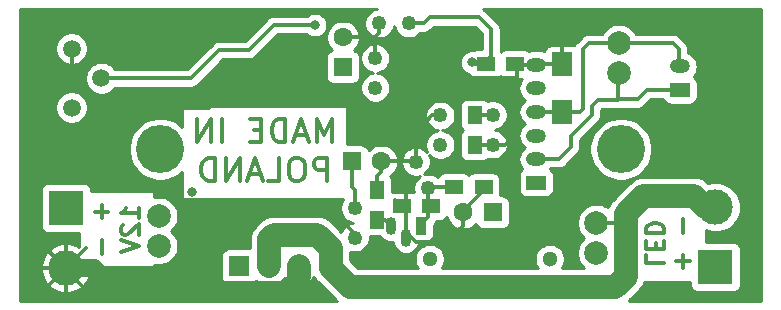
<source format=gbr>
G04 #@! TF.GenerationSoftware,KiCad,Pcbnew,5.1.5+dfsg1-2build2*
G04 #@! TF.CreationDate,2022-05-23T14:10:09+02:00*
G04 #@! TF.ProjectId,wy__cznik zmierzchowy wersja II,77794205-637a-46e6-996b-207a6d696572,rev?*
G04 #@! TF.SameCoordinates,Original*
G04 #@! TF.FileFunction,Copper,L2,Bot*
G04 #@! TF.FilePolarity,Positive*
%FSLAX46Y46*%
G04 Gerber Fmt 4.6, Leading zero omitted, Abs format (unit mm)*
G04 Created by KiCad (PCBNEW 5.1.5+dfsg1-2build2) date 2022-05-23 14:10:09*
%MOMM*%
%LPD*%
G04 APERTURE LIST*
%ADD10C,0.300000*%
%ADD11C,1.250000*%
%ADD12R,1.600000X1.600000*%
%ADD13C,1.600000*%
%ADD14R,1.700000X1.200000*%
%ADD15O,1.700000X1.200000*%
%ADD16C,1.300000*%
%ADD17O,1.300000X1.300000*%
%ADD18R,1.700000X2.000000*%
%ADD19C,1.500000*%
%ADD20O,0.900000X1.500000*%
%ADD21R,0.900000X1.500000*%
%ADD22R,3.000000X3.000000*%
%ADD23C,3.000000*%
%ADD24R,1.800000X1.800000*%
%ADD25O,1.800000X1.800000*%
%ADD26R,1.250000X1.500000*%
%ADD27R,1.500000X1.250000*%
%ADD28C,2.000000*%
%ADD29C,4.064000*%
%ADD30C,0.800000*%
%ADD31C,2.000000*%
%ADD32C,1.500000*%
%ADD33C,0.254000*%
G04 APERTURE END LIST*
D10*
X43560285Y-25416761D02*
X43560285Y-23416761D01*
X42893619Y-24845333D01*
X42226952Y-23416761D01*
X42226952Y-25416761D01*
X41369809Y-24845333D02*
X40417428Y-24845333D01*
X41560285Y-25416761D02*
X40893619Y-23416761D01*
X40226952Y-25416761D01*
X39560285Y-25416761D02*
X39560285Y-23416761D01*
X39084095Y-23416761D01*
X38798380Y-23512000D01*
X38607904Y-23702476D01*
X38512666Y-23892952D01*
X38417428Y-24273904D01*
X38417428Y-24559619D01*
X38512666Y-24940571D01*
X38607904Y-25131047D01*
X38798380Y-25321523D01*
X39084095Y-25416761D01*
X39560285Y-25416761D01*
X37560285Y-24369142D02*
X36893619Y-24369142D01*
X36607904Y-25416761D02*
X37560285Y-25416761D01*
X37560285Y-23416761D01*
X36607904Y-23416761D01*
X34226952Y-25416761D02*
X34226952Y-23416761D01*
X33274571Y-25416761D02*
X33274571Y-23416761D01*
X32131714Y-25416761D01*
X32131714Y-23416761D01*
X43131714Y-28716761D02*
X43131714Y-26716761D01*
X42369809Y-26716761D01*
X42179333Y-26812000D01*
X42084095Y-26907238D01*
X41988857Y-27097714D01*
X41988857Y-27383428D01*
X42084095Y-27573904D01*
X42179333Y-27669142D01*
X42369809Y-27764380D01*
X43131714Y-27764380D01*
X40750761Y-26716761D02*
X40369809Y-26716761D01*
X40179333Y-26812000D01*
X39988857Y-27002476D01*
X39893619Y-27383428D01*
X39893619Y-28050095D01*
X39988857Y-28431047D01*
X40179333Y-28621523D01*
X40369809Y-28716761D01*
X40750761Y-28716761D01*
X40941238Y-28621523D01*
X41131714Y-28431047D01*
X41226952Y-28050095D01*
X41226952Y-27383428D01*
X41131714Y-27002476D01*
X40941238Y-26812000D01*
X40750761Y-26716761D01*
X38084095Y-28716761D02*
X39036476Y-28716761D01*
X39036476Y-26716761D01*
X37512666Y-28145333D02*
X36560285Y-28145333D01*
X37703142Y-28716761D02*
X37036476Y-26716761D01*
X36369809Y-28716761D01*
X35703142Y-28716761D02*
X35703142Y-26716761D01*
X34560285Y-28716761D01*
X34560285Y-26716761D01*
X33607904Y-28716761D02*
X33607904Y-26716761D01*
X33131714Y-26716761D01*
X32846000Y-26812000D01*
X32655523Y-27002476D01*
X32560285Y-27192952D01*
X32465047Y-27573904D01*
X32465047Y-27859619D01*
X32560285Y-28240571D01*
X32655523Y-28431047D01*
X32846000Y-28621523D01*
X33131714Y-28716761D01*
X33607904Y-28716761D01*
X24032142Y-30728571D02*
X24032142Y-31871428D01*
X24603571Y-31300000D02*
X23460714Y-31300000D01*
X24032142Y-33728571D02*
X24032142Y-34871428D01*
X27153571Y-31871428D02*
X27153571Y-31014285D01*
X27153571Y-31442857D02*
X25653571Y-31442857D01*
X25867857Y-31300000D01*
X26010714Y-31157142D01*
X26082142Y-31014285D01*
X25796428Y-32442857D02*
X25725000Y-32514285D01*
X25653571Y-32657142D01*
X25653571Y-33014285D01*
X25725000Y-33157142D01*
X25796428Y-33228571D01*
X25939285Y-33300000D01*
X26082142Y-33300000D01*
X26296428Y-33228571D01*
X27153571Y-32371428D01*
X27153571Y-33300000D01*
X25653571Y-33728571D02*
X27153571Y-34228571D01*
X25653571Y-34728571D01*
X73267857Y-36071428D02*
X73267857Y-34928571D01*
X72696428Y-35500000D02*
X73839285Y-35500000D01*
X73267857Y-33071428D02*
X73267857Y-31928571D01*
X70146428Y-34964285D02*
X70146428Y-35678571D01*
X71646428Y-35678571D01*
X70932142Y-34464285D02*
X70932142Y-33964285D01*
X70146428Y-33750000D02*
X70146428Y-34464285D01*
X71646428Y-34464285D01*
X71646428Y-33750000D01*
X70146428Y-33107142D02*
X71646428Y-33107142D01*
X71646428Y-32750000D01*
X71575000Y-32535714D01*
X71432142Y-32392857D01*
X71289285Y-32321428D01*
X71003571Y-32250000D01*
X70789285Y-32250000D01*
X70503571Y-32321428D01*
X70360714Y-32392857D01*
X70217857Y-32535714D01*
X70146428Y-32750000D01*
X70146428Y-33107142D01*
D11*
X57150000Y-23114000D03*
X57150000Y-25614000D03*
D12*
X45212000Y-27051000D03*
D13*
X47712000Y-27051000D03*
D11*
X45466000Y-30988000D03*
X45466000Y-33488000D03*
X51689000Y-29337000D03*
X50632454Y-27071231D03*
X52705000Y-25654000D03*
X52705000Y-23154000D03*
D12*
X57150000Y-31369000D03*
D13*
X54650000Y-31369000D03*
D11*
X47200000Y-20800000D03*
X47200000Y-18300000D03*
D12*
X44450000Y-19050000D03*
D13*
X44450000Y-16550000D03*
D11*
X50038000Y-15367000D03*
X47538000Y-15367000D03*
D14*
X73000000Y-21000000D03*
D15*
X73000000Y-19000000D03*
D16*
X61976000Y-35306000D03*
D17*
X51816000Y-35306000D03*
D18*
X62992000Y-22828000D03*
X62992000Y-18828000D03*
D19*
X24000000Y-20000000D03*
X21500000Y-22500000D03*
X21500000Y-17500000D03*
D20*
X49800000Y-33500000D03*
X48514000Y-32512000D03*
D21*
X51054000Y-32512000D03*
D22*
X21000000Y-31000000D03*
D23*
X21000000Y-36080000D03*
D22*
X76000000Y-36000000D03*
D23*
X76000000Y-30920000D03*
D24*
X35687000Y-35941000D03*
D25*
X38227000Y-35941000D03*
X40767000Y-35941000D03*
D14*
X60813000Y-28852000D03*
D15*
X60813000Y-26852000D03*
X60813000Y-24852000D03*
X60813000Y-22852000D03*
X60813000Y-20852000D03*
X60813000Y-18852000D03*
D26*
X47371000Y-29484000D03*
X47371000Y-31984000D03*
X55626000Y-25634000D03*
X55626000Y-23134000D03*
D27*
X49423000Y-30861000D03*
X51923000Y-30861000D03*
X53868000Y-29210000D03*
X56368000Y-29210000D03*
X59035000Y-18796000D03*
X56535000Y-18796000D03*
D28*
X67818000Y-19558000D03*
X67818000Y-17018000D03*
X65900000Y-34800000D03*
X65900000Y-32260000D03*
X28900000Y-34200000D03*
X28900000Y-31660000D03*
D29*
X29000000Y-26000000D03*
X68000000Y-26000000D03*
D30*
X77470000Y-20574000D03*
X33890000Y-15310000D03*
X25000000Y-17000000D03*
X40000000Y-19200000D03*
X54102000Y-18900000D03*
X56400000Y-35000000D03*
X31700000Y-29600000D03*
X31700000Y-34000000D03*
X53340000Y-21082000D03*
X49276000Y-29337000D03*
X42100000Y-15500000D03*
X55372000Y-18669000D03*
D10*
X67818000Y-19558000D02*
X67774000Y-19602000D01*
X67774000Y-19602000D02*
X67774000Y-21844000D01*
X63438000Y-26162000D02*
X63754000Y-25846000D01*
X67774000Y-21844000D02*
X66548000Y-21844000D01*
X66548000Y-21844000D02*
X66040000Y-21844000D01*
X66040000Y-21844000D02*
X65532000Y-22352000D01*
X65532000Y-22352000D02*
X65532000Y-23114000D01*
X65532000Y-23114000D02*
X65024000Y-23622000D01*
X65024000Y-23622000D02*
X63754000Y-24892000D01*
X63438000Y-26162000D02*
X62748000Y-26852000D01*
X60813000Y-26852000D02*
X62748000Y-26852000D01*
X67774000Y-21844000D02*
X67818000Y-21800000D01*
X63754000Y-25846000D02*
X63754000Y-24892000D01*
X73000000Y-21000000D02*
X70200000Y-21000000D01*
X69400000Y-21800000D02*
X67818000Y-21800000D01*
X67818000Y-21800000D02*
X67800000Y-21800000D01*
X70200000Y-21000000D02*
X69400000Y-21800000D01*
X62992000Y-18828000D02*
X62992000Y-16256000D01*
X77470000Y-16764000D02*
X77470000Y-20574000D01*
X75692000Y-14986000D02*
X77470000Y-16764000D01*
X64008000Y-14986000D02*
X75692000Y-14986000D01*
X63500000Y-15494000D02*
X64008000Y-14986000D01*
X62992000Y-16002000D02*
X63500000Y-15494000D01*
X62992000Y-16256000D02*
X62992000Y-16002000D01*
X21500000Y-17500000D02*
X21500000Y-19900000D01*
X36400000Y-19200000D02*
X40000000Y-19200000D01*
X33100000Y-22500000D02*
X36400000Y-19200000D01*
X24100000Y-22500000D02*
X33100000Y-22500000D01*
X21500000Y-19900000D02*
X24100000Y-22500000D01*
X49800000Y-33500000D02*
X49800000Y-32600000D01*
X49800000Y-32600000D02*
X49784000Y-32600000D01*
X59182000Y-20000000D02*
X54500000Y-20000000D01*
X54100000Y-19600000D02*
X54500000Y-20000000D01*
X54100000Y-18902000D02*
X54100000Y-19600000D01*
X54100000Y-18902000D02*
X54102000Y-18900000D01*
X59182000Y-20000000D02*
X59100000Y-20000000D01*
X59100000Y-20000000D02*
X59182000Y-20000000D01*
X47200000Y-18300000D02*
X47200000Y-16507000D01*
X47200000Y-16507000D02*
X47157000Y-16550000D01*
X21000000Y-36080000D02*
X21000000Y-36200000D01*
X21000000Y-36200000D02*
X22700000Y-37900000D01*
X21000000Y-36080000D02*
X18420000Y-36080000D01*
X18420000Y-36080000D02*
X18400000Y-36100000D01*
X20980000Y-36080000D02*
X18900000Y-34000000D01*
X21000000Y-36100000D02*
X19300000Y-37800000D01*
X21000000Y-36080000D02*
X21000000Y-38400000D01*
X21000000Y-36080000D02*
X21000000Y-33400000D01*
X21020000Y-36080000D02*
X22700000Y-34400000D01*
X45466000Y-33488000D02*
X45466000Y-33166000D01*
X45466000Y-33166000D02*
X44100000Y-31800000D01*
X44450000Y-16550000D02*
X45850000Y-16550000D01*
X49784000Y-33020000D02*
X49784000Y-32600000D01*
X49784000Y-32600000D02*
X49784000Y-31222000D01*
X49784000Y-31222000D02*
X49423000Y-30861000D01*
X21000000Y-36080000D02*
X23280000Y-36080000D01*
X31700000Y-29600000D02*
X31600000Y-29500000D01*
X28900000Y-37554000D02*
X31700000Y-34000000D01*
X28554000Y-37900000D02*
X28900000Y-37554000D01*
X25100000Y-37900000D02*
X28554000Y-37900000D01*
X23280000Y-36080000D02*
X25100000Y-37900000D01*
D31*
X40767000Y-35941000D02*
X40767000Y-36830000D01*
D32*
X39624000Y-37973000D02*
X25273000Y-37973000D01*
X25273000Y-37973000D02*
X23380000Y-36080000D01*
X23380000Y-36080000D02*
X21000000Y-36080000D01*
X40767000Y-35941000D02*
X40767000Y-36830000D01*
X40767000Y-36830000D02*
X39624000Y-37973000D01*
D10*
X60813000Y-18852000D02*
X59091000Y-18852000D01*
X59091000Y-18852000D02*
X59035000Y-18796000D01*
X56368000Y-29210000D02*
X56368000Y-29484000D01*
X56368000Y-29484000D02*
X54650000Y-31202000D01*
X54650000Y-31202000D02*
X54650000Y-31369000D01*
X55626000Y-25634000D02*
X57130000Y-25634000D01*
X57130000Y-25634000D02*
X57150000Y-25614000D01*
X47371000Y-29484000D02*
X47371000Y-28321000D01*
X47712000Y-27980000D02*
X47712000Y-27051000D01*
X47371000Y-28321000D02*
X47712000Y-27980000D01*
X48895000Y-30333000D02*
X49423000Y-30861000D01*
X49784000Y-33020000D02*
X49784000Y-29845000D01*
X49276000Y-29337000D02*
X49276000Y-29210000D01*
X49276000Y-29210000D02*
X49276000Y-27051000D01*
X49784000Y-29845000D02*
X49276000Y-29337000D01*
X52705000Y-23154000D02*
X52030000Y-23154000D01*
X50632454Y-24551546D02*
X50632454Y-27071231D01*
X52030000Y-23154000D02*
X50632454Y-24551546D01*
X47712000Y-27051000D02*
X49276000Y-27051000D01*
X49276000Y-27051000D02*
X50612223Y-27051000D01*
X50612223Y-27051000D02*
X50632454Y-27071231D01*
X54650000Y-31369000D02*
X54650000Y-32472000D01*
X50673000Y-33909000D02*
X49784000Y-33020000D01*
X53213000Y-33909000D02*
X50673000Y-33909000D01*
X54650000Y-32472000D02*
X53213000Y-33909000D01*
X45466000Y-33488000D02*
X45760000Y-33488000D01*
X47538000Y-15367000D02*
X47538000Y-16169000D01*
X47538000Y-16169000D02*
X47157000Y-16550000D01*
X40767000Y-36830000D02*
X39624000Y-37973000D01*
X25273000Y-37973000D02*
X23380000Y-36080000D01*
X23380000Y-36080000D02*
X21000000Y-36080000D01*
X47157000Y-16550000D02*
X44450000Y-16550000D01*
X57150000Y-25614000D02*
X58206000Y-25614000D01*
X59634000Y-18852000D02*
X60813000Y-18852000D01*
X59182000Y-19304000D02*
X59634000Y-18852000D01*
X59182000Y-24638000D02*
X59182000Y-20000000D01*
X59182000Y-20000000D02*
X59182000Y-19304000D01*
X58206000Y-25614000D02*
X59182000Y-24638000D01*
X62992000Y-18828000D02*
X60837000Y-18828000D01*
X60837000Y-18828000D02*
X60813000Y-18852000D01*
X55626000Y-23134000D02*
X57130000Y-23134000D01*
X57130000Y-23134000D02*
X57150000Y-23114000D01*
X47371000Y-31984000D02*
X47986000Y-31984000D01*
X47986000Y-31984000D02*
X48514000Y-32512000D01*
X45212000Y-27051000D02*
X45212000Y-29210000D01*
X45466000Y-29464000D02*
X45466000Y-30988000D01*
X45212000Y-29210000D02*
X45466000Y-29464000D01*
X53868000Y-29210000D02*
X51816000Y-29210000D01*
X51816000Y-29210000D02*
X51689000Y-29337000D01*
X51689000Y-29337000D02*
X51689000Y-30627000D01*
X51689000Y-30627000D02*
X51923000Y-30861000D01*
X51054000Y-32512000D02*
X51054000Y-32385000D01*
X51054000Y-32385000D02*
X51689000Y-31750000D01*
X51689000Y-31750000D02*
X51689000Y-29337000D01*
X67818000Y-17018000D02*
X72136000Y-17018000D01*
X72898000Y-17526000D02*
X72898000Y-18898000D01*
X72390000Y-17018000D02*
X72898000Y-17526000D01*
X72136000Y-17018000D02*
X72390000Y-17018000D01*
X72898000Y-18898000D02*
X73000000Y-19000000D01*
X67818000Y-17018000D02*
X66040000Y-17018000D01*
X64516000Y-22860000D02*
X63024000Y-22860000D01*
X64770000Y-22606000D02*
X64516000Y-22860000D01*
X64770000Y-19812000D02*
X64770000Y-22606000D01*
X64770000Y-17526000D02*
X64770000Y-19812000D01*
X65278000Y-17018000D02*
X64770000Y-17526000D01*
X66040000Y-17018000D02*
X65278000Y-17018000D01*
X63024000Y-22860000D02*
X62992000Y-22828000D01*
X60813000Y-22852000D02*
X62968000Y-22852000D01*
X62968000Y-22852000D02*
X62992000Y-22828000D01*
X24000000Y-20000000D02*
X24020000Y-20020000D01*
X24020000Y-20020000D02*
X31590000Y-20020000D01*
X31590000Y-20020000D02*
X33990000Y-17620000D01*
X38300000Y-15800000D02*
X36480000Y-17620000D01*
X38600000Y-15500000D02*
X42100000Y-15500000D01*
X38300000Y-15800000D02*
X38600000Y-15500000D01*
X34130000Y-17620000D02*
X33990000Y-17620000D01*
X33990000Y-17620000D02*
X33980000Y-17620000D01*
X34240000Y-17620000D02*
X34130000Y-17620000D01*
X35520000Y-17620000D02*
X34240000Y-17620000D01*
X36480000Y-17620000D02*
X35520000Y-17620000D01*
X56535000Y-18796000D02*
X55499000Y-18796000D01*
X55499000Y-18796000D02*
X55372000Y-18669000D01*
X55372000Y-18669000D02*
X56515000Y-18669000D01*
X51308000Y-15367000D02*
X50038000Y-15367000D01*
X56515000Y-18669000D02*
X57023000Y-18161000D01*
X57023000Y-18161000D02*
X57023000Y-15875000D01*
X57023000Y-15875000D02*
X56007000Y-14859000D01*
X56007000Y-14859000D02*
X51816000Y-14859000D01*
X51816000Y-14859000D02*
X51308000Y-15367000D01*
X24196000Y-20000000D02*
X24000000Y-20000000D01*
X21100000Y-31100000D02*
X21000000Y-31000000D01*
X65900000Y-32260000D02*
X68400000Y-32260000D01*
X67500000Y-32300000D02*
X68400000Y-32300000D01*
X68360000Y-32300000D02*
X67500000Y-32300000D01*
X68400000Y-32260000D02*
X68360000Y-32300000D01*
D31*
X76000000Y-30920000D02*
X75120000Y-30920000D01*
X75120000Y-30920000D02*
X74200000Y-30000000D01*
X74200000Y-30000000D02*
X69900000Y-30000000D01*
X69900000Y-30000000D02*
X68400000Y-31500000D01*
X68400000Y-31500000D02*
X68400000Y-32300000D01*
X68400000Y-32300000D02*
X68400000Y-36800000D01*
X68400000Y-36800000D02*
X67500000Y-37700000D01*
X67500000Y-37700000D02*
X45066000Y-37700000D01*
X45066000Y-37700000D02*
X45085000Y-37719000D01*
X38227000Y-33655000D02*
X38227000Y-35941000D01*
X38608000Y-33274000D02*
X38227000Y-33655000D01*
X42291000Y-33274000D02*
X38608000Y-33274000D01*
X43434000Y-34417000D02*
X42291000Y-33274000D01*
X43434000Y-36068000D02*
X43434000Y-34417000D01*
X45085000Y-37719000D02*
X43434000Y-36068000D01*
D33*
G36*
X47170471Y-14155421D02*
G01*
X46941166Y-14250402D01*
X46734797Y-14388294D01*
X46559294Y-14563797D01*
X46421402Y-14770166D01*
X46326421Y-14999471D01*
X46278000Y-15242901D01*
X46278000Y-15491099D01*
X46326421Y-15734529D01*
X46421402Y-15963834D01*
X46559294Y-16170203D01*
X46734797Y-16345706D01*
X46941166Y-16483598D01*
X47170471Y-16578579D01*
X47413901Y-16627000D01*
X47662099Y-16627000D01*
X47905529Y-16578579D01*
X48134834Y-16483598D01*
X48341203Y-16345706D01*
X48516706Y-16170203D01*
X48654598Y-15963834D01*
X48749579Y-15734529D01*
X48788000Y-15541373D01*
X48826421Y-15734529D01*
X48921402Y-15963834D01*
X49059294Y-16170203D01*
X49234797Y-16345706D01*
X49441166Y-16483598D01*
X49670471Y-16578579D01*
X49913901Y-16627000D01*
X50162099Y-16627000D01*
X50405529Y-16578579D01*
X50634834Y-16483598D01*
X50841203Y-16345706D01*
X51016706Y-16170203D01*
X51028869Y-16152000D01*
X51269447Y-16152000D01*
X51308000Y-16155797D01*
X51346553Y-16152000D01*
X51346561Y-16152000D01*
X51461887Y-16140641D01*
X51609860Y-16095754D01*
X51746233Y-16022862D01*
X51865764Y-15924764D01*
X51890347Y-15894810D01*
X52141157Y-15644000D01*
X55681843Y-15644000D01*
X56238001Y-16200159D01*
X56238000Y-17532928D01*
X55785000Y-17532928D01*
X55660518Y-17545188D01*
X55540820Y-17581498D01*
X55442597Y-17634000D01*
X55270061Y-17634000D01*
X55070102Y-17673774D01*
X54881744Y-17751795D01*
X54712226Y-17865063D01*
X54568063Y-18009226D01*
X54454795Y-18178744D01*
X54376774Y-18367102D01*
X54337000Y-18567061D01*
X54337000Y-18770939D01*
X54376774Y-18970898D01*
X54454795Y-19159256D01*
X54568063Y-19328774D01*
X54712226Y-19472937D01*
X54881744Y-19586205D01*
X55070102Y-19664226D01*
X55209846Y-19692023D01*
X55254463Y-19775494D01*
X55333815Y-19872185D01*
X55430506Y-19951537D01*
X55540820Y-20010502D01*
X55660518Y-20046812D01*
X55785000Y-20059072D01*
X57285000Y-20059072D01*
X57409482Y-20046812D01*
X57529180Y-20010502D01*
X57639494Y-19951537D01*
X57736185Y-19872185D01*
X57785000Y-19812704D01*
X57833815Y-19872185D01*
X57930506Y-19951537D01*
X58040820Y-20010502D01*
X58160518Y-20046812D01*
X58285000Y-20059072D01*
X59616090Y-20059072D01*
X59531167Y-20162551D01*
X59416489Y-20377099D01*
X59345870Y-20609898D01*
X59322025Y-20852000D01*
X59345870Y-21094102D01*
X59416489Y-21326901D01*
X59531167Y-21541449D01*
X59685498Y-21729502D01*
X59834762Y-21852000D01*
X59685498Y-21974498D01*
X59531167Y-22162551D01*
X59416489Y-22377099D01*
X59345870Y-22609898D01*
X59322025Y-22852000D01*
X59345870Y-23094102D01*
X59416489Y-23326901D01*
X59531167Y-23541449D01*
X59685498Y-23729502D01*
X59834762Y-23852000D01*
X59685498Y-23974498D01*
X59531167Y-24162551D01*
X59416489Y-24377099D01*
X59345870Y-24609898D01*
X59322025Y-24852000D01*
X59345870Y-25094102D01*
X59416489Y-25326901D01*
X59531167Y-25541449D01*
X59685498Y-25729502D01*
X59834762Y-25852000D01*
X59685498Y-25974498D01*
X59531167Y-26162551D01*
X59416489Y-26377099D01*
X59345870Y-26609898D01*
X59322025Y-26852000D01*
X59345870Y-27094102D01*
X59416489Y-27326901D01*
X59531167Y-27541449D01*
X59657436Y-27695309D01*
X59608506Y-27721463D01*
X59511815Y-27800815D01*
X59432463Y-27897506D01*
X59373498Y-28007820D01*
X59337188Y-28127518D01*
X59324928Y-28252000D01*
X59324928Y-29452000D01*
X59337188Y-29576482D01*
X59373498Y-29696180D01*
X59432463Y-29806494D01*
X59511815Y-29903185D01*
X59608506Y-29982537D01*
X59718820Y-30041502D01*
X59838518Y-30077812D01*
X59963000Y-30090072D01*
X61663000Y-30090072D01*
X61787482Y-30077812D01*
X61907180Y-30041502D01*
X62017494Y-29982537D01*
X62114185Y-29903185D01*
X62193537Y-29806494D01*
X62252502Y-29696180D01*
X62288812Y-29576482D01*
X62301072Y-29452000D01*
X62301072Y-28252000D01*
X62288812Y-28127518D01*
X62252502Y-28007820D01*
X62193537Y-27897506D01*
X62114185Y-27800815D01*
X62017494Y-27721463D01*
X61968564Y-27695309D01*
X62016416Y-27637000D01*
X62709447Y-27637000D01*
X62748000Y-27640797D01*
X62786553Y-27637000D01*
X62786561Y-27637000D01*
X62901887Y-27625641D01*
X63049860Y-27580754D01*
X63186233Y-27507862D01*
X63305764Y-27409764D01*
X63330347Y-27379811D01*
X64020345Y-26689813D01*
X64020350Y-26689807D01*
X64281811Y-26428346D01*
X64311764Y-26403764D01*
X64409862Y-26284233D01*
X64482754Y-26147860D01*
X64521076Y-26021529D01*
X64527641Y-25999888D01*
X64532098Y-25954633D01*
X64539000Y-25884561D01*
X64539000Y-25884554D01*
X64542797Y-25846001D01*
X64539000Y-25807448D01*
X64539000Y-25737323D01*
X65333000Y-25737323D01*
X65333000Y-26262677D01*
X65435492Y-26777935D01*
X65636536Y-27263298D01*
X65928406Y-27700113D01*
X66299887Y-28071594D01*
X66736702Y-28363464D01*
X67222065Y-28564508D01*
X67737323Y-28667000D01*
X68262677Y-28667000D01*
X68777935Y-28564508D01*
X69263298Y-28363464D01*
X69700113Y-28071594D01*
X70071594Y-27700113D01*
X70363464Y-27263298D01*
X70564508Y-26777935D01*
X70667000Y-26262677D01*
X70667000Y-25737323D01*
X70564508Y-25222065D01*
X70363464Y-24736702D01*
X70071594Y-24299887D01*
X69700113Y-23928406D01*
X69263298Y-23636536D01*
X68777935Y-23435492D01*
X68262677Y-23333000D01*
X67737323Y-23333000D01*
X67222065Y-23435492D01*
X66736702Y-23636536D01*
X66299887Y-23928406D01*
X65928406Y-24299887D01*
X65636536Y-24736702D01*
X65435492Y-25222065D01*
X65333000Y-25737323D01*
X64539000Y-25737323D01*
X64539000Y-25217157D01*
X65606345Y-24149813D01*
X65606350Y-24149807D01*
X66059810Y-23696347D01*
X66089764Y-23671764D01*
X66187862Y-23552233D01*
X66260754Y-23415860D01*
X66296436Y-23298232D01*
X66305641Y-23267888D01*
X66313926Y-23183768D01*
X66317000Y-23152561D01*
X66317000Y-23152554D01*
X66320797Y-23114001D01*
X66317000Y-23075448D01*
X66317000Y-22677157D01*
X66365157Y-22629000D01*
X67735440Y-22629000D01*
X67774000Y-22632798D01*
X67927887Y-22617641D01*
X68035490Y-22585000D01*
X69361447Y-22585000D01*
X69400000Y-22588797D01*
X69438553Y-22585000D01*
X69438561Y-22585000D01*
X69553887Y-22573641D01*
X69701860Y-22528754D01*
X69838233Y-22455862D01*
X69957764Y-22357764D01*
X69982347Y-22327810D01*
X70525157Y-21785000D01*
X71542546Y-21785000D01*
X71560498Y-21844180D01*
X71619463Y-21954494D01*
X71698815Y-22051185D01*
X71795506Y-22130537D01*
X71905820Y-22189502D01*
X72025518Y-22225812D01*
X72150000Y-22238072D01*
X73850000Y-22238072D01*
X73974482Y-22225812D01*
X74094180Y-22189502D01*
X74204494Y-22130537D01*
X74301185Y-22051185D01*
X74380537Y-21954494D01*
X74439502Y-21844180D01*
X74475812Y-21724482D01*
X74488072Y-21600000D01*
X74488072Y-20400000D01*
X74475812Y-20275518D01*
X74439502Y-20155820D01*
X74380537Y-20045506D01*
X74301185Y-19948815D01*
X74204494Y-19869463D01*
X74155564Y-19843309D01*
X74281833Y-19689449D01*
X74396511Y-19474901D01*
X74467130Y-19242102D01*
X74490975Y-19000000D01*
X74467130Y-18757898D01*
X74396511Y-18525099D01*
X74281833Y-18310551D01*
X74127502Y-18122498D01*
X73939449Y-17968167D01*
X73724901Y-17853489D01*
X73683000Y-17840778D01*
X73683000Y-17564552D01*
X73686797Y-17525999D01*
X73683000Y-17487446D01*
X73683000Y-17487439D01*
X73671641Y-17372113D01*
X73669056Y-17363589D01*
X73655269Y-17318141D01*
X73626754Y-17224140D01*
X73553862Y-17087767D01*
X73455764Y-16968236D01*
X73425811Y-16943654D01*
X72972347Y-16490190D01*
X72947764Y-16460236D01*
X72828233Y-16362138D01*
X72691860Y-16289246D01*
X72543887Y-16244359D01*
X72428561Y-16233000D01*
X72428553Y-16233000D01*
X72390000Y-16229203D01*
X72351447Y-16233000D01*
X69259877Y-16233000D01*
X69087987Y-15975748D01*
X68860252Y-15748013D01*
X68592463Y-15569082D01*
X68294912Y-15445832D01*
X67979033Y-15383000D01*
X67656967Y-15383000D01*
X67341088Y-15445832D01*
X67043537Y-15569082D01*
X66775748Y-15748013D01*
X66548013Y-15975748D01*
X66376123Y-16233000D01*
X65316552Y-16233000D01*
X65277999Y-16229203D01*
X65239446Y-16233000D01*
X65239439Y-16233000D01*
X65138490Y-16242943D01*
X65124112Y-16244359D01*
X65089672Y-16254806D01*
X64976140Y-16289246D01*
X64839767Y-16362138D01*
X64720236Y-16460236D01*
X64695653Y-16490190D01*
X64242190Y-16943653D01*
X64212236Y-16968236D01*
X64114138Y-17087768D01*
X64041246Y-17224141D01*
X64041044Y-17224806D01*
X63966482Y-17202188D01*
X63842000Y-17189928D01*
X62142000Y-17189928D01*
X62017518Y-17202188D01*
X61897820Y-17238498D01*
X61787506Y-17297463D01*
X61690815Y-17376815D01*
X61611463Y-17473506D01*
X61552498Y-17583820D01*
X61517470Y-17699291D01*
X61305102Y-17634870D01*
X61123665Y-17617000D01*
X60502335Y-17617000D01*
X60320898Y-17634870D01*
X60183475Y-17676557D01*
X60139494Y-17640463D01*
X60029180Y-17581498D01*
X59909482Y-17545188D01*
X59785000Y-17532928D01*
X58285000Y-17532928D01*
X58160518Y-17545188D01*
X58040820Y-17581498D01*
X57930506Y-17640463D01*
X57833815Y-17719815D01*
X57808000Y-17751271D01*
X57808000Y-15913555D01*
X57811797Y-15875000D01*
X57808000Y-15836444D01*
X57808000Y-15836439D01*
X57799291Y-15748013D01*
X57796642Y-15721113D01*
X57751754Y-15573140D01*
X57749585Y-15569082D01*
X57678862Y-15436767D01*
X57580764Y-15317236D01*
X57550815Y-15292657D01*
X56589347Y-14331190D01*
X56564764Y-14301236D01*
X56445233Y-14203138D01*
X56308860Y-14130246D01*
X56298159Y-14127000D01*
X79873000Y-14127000D01*
X79873000Y-38873000D01*
X68647962Y-38873000D01*
X68661714Y-38861714D01*
X68712925Y-38799313D01*
X69499313Y-38012925D01*
X69561714Y-37961714D01*
X69766031Y-37712752D01*
X69917852Y-37428715D01*
X69983115Y-37213572D01*
X73861928Y-37213572D01*
X73861928Y-37500000D01*
X73874188Y-37624482D01*
X73910498Y-37744180D01*
X73969463Y-37854494D01*
X74048815Y-37951185D01*
X74145506Y-38030537D01*
X74255820Y-38089502D01*
X74375518Y-38125812D01*
X74500000Y-38138072D01*
X77500000Y-38138072D01*
X77624482Y-38125812D01*
X77744180Y-38089502D01*
X77854494Y-38030537D01*
X77951185Y-37951185D01*
X78030537Y-37854494D01*
X78089502Y-37744180D01*
X78125812Y-37624482D01*
X78138072Y-37500000D01*
X78138072Y-34500000D01*
X78125812Y-34375518D01*
X78089502Y-34255820D01*
X78030537Y-34145506D01*
X77951185Y-34048815D01*
X77854494Y-33969463D01*
X77744180Y-33910498D01*
X77624482Y-33874188D01*
X77500000Y-33861928D01*
X75165000Y-33861928D01*
X75165000Y-32885039D01*
X75377244Y-32972953D01*
X75789721Y-33055000D01*
X76210279Y-33055000D01*
X76622756Y-32972953D01*
X77011302Y-32812012D01*
X77360983Y-32578363D01*
X77658363Y-32280983D01*
X77892012Y-31931302D01*
X78052953Y-31542756D01*
X78135000Y-31130279D01*
X78135000Y-30709721D01*
X78052953Y-30297244D01*
X77892012Y-29908698D01*
X77658363Y-29559017D01*
X77360983Y-29261637D01*
X77011302Y-29027988D01*
X76622756Y-28867047D01*
X76210279Y-28785000D01*
X75789721Y-28785000D01*
X75384184Y-28865666D01*
X75361714Y-28838286D01*
X75112752Y-28633969D01*
X74828715Y-28482148D01*
X74520516Y-28388657D01*
X74280322Y-28365000D01*
X74280319Y-28365000D01*
X74200000Y-28357089D01*
X74119681Y-28365000D01*
X69980319Y-28365000D01*
X69899999Y-28357089D01*
X69819680Y-28365000D01*
X69819678Y-28365000D01*
X69579484Y-28388657D01*
X69271285Y-28482148D01*
X68987248Y-28633969D01*
X68738286Y-28838286D01*
X68687079Y-28900682D01*
X67300686Y-30287075D01*
X67238286Y-30338286D01*
X67033969Y-30587249D01*
X66882148Y-30871286D01*
X66862332Y-30936612D01*
X66674463Y-30811082D01*
X66376912Y-30687832D01*
X66061033Y-30625000D01*
X65738967Y-30625000D01*
X65423088Y-30687832D01*
X65125537Y-30811082D01*
X64857748Y-30990013D01*
X64630013Y-31217748D01*
X64451082Y-31485537D01*
X64327832Y-31783088D01*
X64265000Y-32098967D01*
X64265000Y-32421033D01*
X64327832Y-32736912D01*
X64451082Y-33034463D01*
X64630013Y-33302252D01*
X64857748Y-33529987D01*
X64857767Y-33530000D01*
X64857748Y-33530013D01*
X64630013Y-33757748D01*
X64451082Y-34025537D01*
X64327832Y-34323088D01*
X64265000Y-34638967D01*
X64265000Y-34961033D01*
X64327832Y-35276912D01*
X64451082Y-35574463D01*
X64630013Y-35842252D01*
X64852761Y-36065000D01*
X63014309Y-36065000D01*
X63114753Y-35914676D01*
X63211619Y-35680821D01*
X63261000Y-35432561D01*
X63261000Y-35179439D01*
X63211619Y-34931179D01*
X63114753Y-34697324D01*
X62974125Y-34486860D01*
X62795140Y-34307875D01*
X62584676Y-34167247D01*
X62350821Y-34070381D01*
X62102561Y-34021000D01*
X61849439Y-34021000D01*
X61601179Y-34070381D01*
X61367324Y-34167247D01*
X61156860Y-34307875D01*
X60977875Y-34486860D01*
X60837247Y-34697324D01*
X60740381Y-34931179D01*
X60691000Y-35179439D01*
X60691000Y-35432561D01*
X60740381Y-35680821D01*
X60837247Y-35914676D01*
X60937691Y-36065000D01*
X52854309Y-36065000D01*
X52954753Y-35914676D01*
X53051619Y-35680821D01*
X53101000Y-35432561D01*
X53101000Y-35179439D01*
X53051619Y-34931179D01*
X52954753Y-34697324D01*
X52814125Y-34486860D01*
X52635140Y-34307875D01*
X52424676Y-34167247D01*
X52190821Y-34070381D01*
X51942561Y-34021000D01*
X51689439Y-34021000D01*
X51441179Y-34070381D01*
X51207324Y-34167247D01*
X50996860Y-34307875D01*
X50817875Y-34486860D01*
X50677247Y-34697324D01*
X50580381Y-34931179D01*
X50531000Y-35179439D01*
X50531000Y-35432561D01*
X50580381Y-35680821D01*
X50677247Y-35914676D01*
X50777691Y-36065000D01*
X45743239Y-36065000D01*
X45069000Y-35390761D01*
X45069000Y-34687372D01*
X45098471Y-34699579D01*
X45341901Y-34748000D01*
X45590099Y-34748000D01*
X45833529Y-34699579D01*
X46062834Y-34604598D01*
X46269203Y-34466706D01*
X46444706Y-34291203D01*
X46582598Y-34084834D01*
X46677579Y-33855529D01*
X46726000Y-33612099D01*
X46726000Y-33370102D01*
X46746000Y-33372072D01*
X47583098Y-33372072D01*
X47607492Y-33417710D01*
X47743079Y-33582922D01*
X47908291Y-33718509D01*
X48096781Y-33819259D01*
X48301304Y-33881300D01*
X48514000Y-33902249D01*
X48717844Y-33882172D01*
X48730700Y-34012697D01*
X48792742Y-34217220D01*
X48893492Y-34405710D01*
X49029079Y-34570922D01*
X49194291Y-34706509D01*
X49382781Y-34807259D01*
X49587304Y-34869300D01*
X49800000Y-34890249D01*
X50012697Y-34869300D01*
X50217220Y-34807259D01*
X50405710Y-34706509D01*
X50570922Y-34570922D01*
X50706509Y-34405710D01*
X50807259Y-34217219D01*
X50869300Y-34012696D01*
X50880393Y-33900072D01*
X51504000Y-33900072D01*
X51628482Y-33887812D01*
X51748180Y-33851502D01*
X51858494Y-33792537D01*
X51955185Y-33713185D01*
X52034537Y-33616494D01*
X52093502Y-33506180D01*
X52129812Y-33386482D01*
X52142072Y-33262000D01*
X52142072Y-32407085D01*
X52216811Y-32332346D01*
X52246764Y-32307764D01*
X52344862Y-32188233D01*
X52379156Y-32124072D01*
X52673000Y-32124072D01*
X52797482Y-32111812D01*
X52917180Y-32075502D01*
X53027494Y-32016537D01*
X53124185Y-31937185D01*
X53203537Y-31840494D01*
X53259753Y-31735322D01*
X53270147Y-31787574D01*
X53378320Y-32048727D01*
X53535363Y-32283759D01*
X53735241Y-32483637D01*
X53970273Y-32640680D01*
X54231426Y-32748853D01*
X54508665Y-32804000D01*
X54791335Y-32804000D01*
X55068574Y-32748853D01*
X55329727Y-32640680D01*
X55564759Y-32483637D01*
X55731339Y-32317057D01*
X55760498Y-32413180D01*
X55819463Y-32523494D01*
X55898815Y-32620185D01*
X55995506Y-32699537D01*
X56105820Y-32758502D01*
X56225518Y-32794812D01*
X56350000Y-32807072D01*
X57950000Y-32807072D01*
X58074482Y-32794812D01*
X58194180Y-32758502D01*
X58304494Y-32699537D01*
X58401185Y-32620185D01*
X58480537Y-32523494D01*
X58539502Y-32413180D01*
X58575812Y-32293482D01*
X58588072Y-32169000D01*
X58588072Y-30569000D01*
X58575812Y-30444518D01*
X58539502Y-30324820D01*
X58480537Y-30214506D01*
X58401185Y-30117815D01*
X58304494Y-30038463D01*
X58194180Y-29979498D01*
X58074482Y-29943188D01*
X57950000Y-29930928D01*
X57746624Y-29930928D01*
X57756072Y-29835000D01*
X57756072Y-28585000D01*
X57743812Y-28460518D01*
X57707502Y-28340820D01*
X57648537Y-28230506D01*
X57569185Y-28133815D01*
X57472494Y-28054463D01*
X57362180Y-27995498D01*
X57242482Y-27959188D01*
X57118000Y-27946928D01*
X55618000Y-27946928D01*
X55493518Y-27959188D01*
X55373820Y-27995498D01*
X55263506Y-28054463D01*
X55166815Y-28133815D01*
X55118000Y-28193296D01*
X55069185Y-28133815D01*
X54972494Y-28054463D01*
X54862180Y-27995498D01*
X54742482Y-27959188D01*
X54618000Y-27946928D01*
X53118000Y-27946928D01*
X52993518Y-27959188D01*
X52873820Y-27995498D01*
X52763506Y-28054463D01*
X52666815Y-28133815D01*
X52587463Y-28230506D01*
X52528498Y-28340820D01*
X52515984Y-28382075D01*
X52492203Y-28358294D01*
X52285834Y-28220402D01*
X52056529Y-28125421D01*
X51813099Y-28077000D01*
X51564901Y-28077000D01*
X51323203Y-28125076D01*
X51435657Y-28049937D01*
X51611160Y-27874434D01*
X51749052Y-27668065D01*
X51844033Y-27438760D01*
X51892454Y-27195330D01*
X51892454Y-26947132D01*
X51844033Y-26703702D01*
X51752986Y-26483895D01*
X51901797Y-26632706D01*
X52108166Y-26770598D01*
X52337471Y-26865579D01*
X52580901Y-26914000D01*
X52829099Y-26914000D01*
X53072529Y-26865579D01*
X53301834Y-26770598D01*
X53508203Y-26632706D01*
X53683706Y-26457203D01*
X53821598Y-26250834D01*
X53916579Y-26021529D01*
X53965000Y-25778099D01*
X53965000Y-25529901D01*
X53916579Y-25286471D01*
X53821598Y-25057166D01*
X53683706Y-24850797D01*
X53508203Y-24675294D01*
X53301834Y-24537402D01*
X53072529Y-24442421D01*
X52879373Y-24404000D01*
X53072529Y-24365579D01*
X53301834Y-24270598D01*
X53508203Y-24132706D01*
X53683706Y-23957203D01*
X53821598Y-23750834D01*
X53916579Y-23521529D01*
X53965000Y-23278099D01*
X53965000Y-23029901D01*
X53916579Y-22786471D01*
X53821598Y-22557166D01*
X53705892Y-22384000D01*
X54362928Y-22384000D01*
X54362928Y-23884000D01*
X54375188Y-24008482D01*
X54411498Y-24128180D01*
X54470463Y-24238494D01*
X54549815Y-24335185D01*
X54609296Y-24384000D01*
X54549815Y-24432815D01*
X54470463Y-24529506D01*
X54411498Y-24639820D01*
X54375188Y-24759518D01*
X54362928Y-24884000D01*
X54362928Y-26384000D01*
X54375188Y-26508482D01*
X54411498Y-26628180D01*
X54470463Y-26738494D01*
X54549815Y-26835185D01*
X54646506Y-26914537D01*
X54756820Y-26973502D01*
X54876518Y-27009812D01*
X55001000Y-27022072D01*
X56251000Y-27022072D01*
X56375482Y-27009812D01*
X56495180Y-26973502D01*
X56605494Y-26914537D01*
X56702185Y-26835185D01*
X56728437Y-26803197D01*
X56782471Y-26825579D01*
X57025901Y-26874000D01*
X57274099Y-26874000D01*
X57517529Y-26825579D01*
X57746834Y-26730598D01*
X57953203Y-26592706D01*
X58128706Y-26417203D01*
X58266598Y-26210834D01*
X58361579Y-25981529D01*
X58410000Y-25738099D01*
X58410000Y-25489901D01*
X58361579Y-25246471D01*
X58266598Y-25017166D01*
X58128706Y-24810797D01*
X57953203Y-24635294D01*
X57746834Y-24497402D01*
X57517529Y-24402421D01*
X57324373Y-24364000D01*
X57517529Y-24325579D01*
X57746834Y-24230598D01*
X57953203Y-24092706D01*
X58128706Y-23917203D01*
X58266598Y-23710834D01*
X58361579Y-23481529D01*
X58410000Y-23238099D01*
X58410000Y-22989901D01*
X58361579Y-22746471D01*
X58266598Y-22517166D01*
X58128706Y-22310797D01*
X57953203Y-22135294D01*
X57746834Y-21997402D01*
X57517529Y-21902421D01*
X57274099Y-21854000D01*
X57025901Y-21854000D01*
X56782471Y-21902421D01*
X56703938Y-21934951D01*
X56702185Y-21932815D01*
X56605494Y-21853463D01*
X56495180Y-21794498D01*
X56375482Y-21758188D01*
X56251000Y-21745928D01*
X55001000Y-21745928D01*
X54876518Y-21758188D01*
X54756820Y-21794498D01*
X54646506Y-21853463D01*
X54549815Y-21932815D01*
X54470463Y-22029506D01*
X54411498Y-22139820D01*
X54375188Y-22259518D01*
X54362928Y-22384000D01*
X53705892Y-22384000D01*
X53683706Y-22350797D01*
X53508203Y-22175294D01*
X53301834Y-22037402D01*
X53072529Y-21942421D01*
X52829099Y-21894000D01*
X52580901Y-21894000D01*
X52337471Y-21942421D01*
X52108166Y-22037402D01*
X51901797Y-22175294D01*
X51726294Y-22350797D01*
X51588402Y-22557166D01*
X51493421Y-22786471D01*
X51445000Y-23029901D01*
X51445000Y-23278099D01*
X51493421Y-23521529D01*
X51588402Y-23750834D01*
X51726294Y-23957203D01*
X51901797Y-24132706D01*
X52108166Y-24270598D01*
X52337471Y-24365579D01*
X52530627Y-24404000D01*
X52337471Y-24442421D01*
X52108166Y-24537402D01*
X51901797Y-24675294D01*
X51726294Y-24850797D01*
X51588402Y-25057166D01*
X51493421Y-25286471D01*
X51445000Y-25529901D01*
X51445000Y-25778099D01*
X51493421Y-26021529D01*
X51584468Y-26241336D01*
X51435657Y-26092525D01*
X51229288Y-25954633D01*
X50999983Y-25859652D01*
X50756553Y-25811231D01*
X50508355Y-25811231D01*
X50264925Y-25859652D01*
X50035620Y-25954633D01*
X49829251Y-26092525D01*
X49653748Y-26268028D01*
X49515856Y-26474397D01*
X49420875Y-26703702D01*
X49372454Y-26947132D01*
X49372454Y-27195330D01*
X49420875Y-27438760D01*
X49515856Y-27668065D01*
X49653748Y-27874434D01*
X49829251Y-28049937D01*
X50035620Y-28187829D01*
X50264925Y-28282810D01*
X50508355Y-28331231D01*
X50756553Y-28331231D01*
X50998251Y-28283155D01*
X50885797Y-28358294D01*
X50710294Y-28533797D01*
X50572402Y-28740166D01*
X50477421Y-28969471D01*
X50429000Y-29212901D01*
X50429000Y-29461099D01*
X50471672Y-29675625D01*
X50417180Y-29646498D01*
X50297482Y-29610188D01*
X50173000Y-29597928D01*
X48673000Y-29597928D01*
X48634072Y-29601762D01*
X48634072Y-28734000D01*
X48621812Y-28609518D01*
X48585502Y-28489820D01*
X48526537Y-28379506D01*
X48448674Y-28284629D01*
X48626759Y-28165637D01*
X48826637Y-27965759D01*
X48983680Y-27730727D01*
X49091853Y-27469574D01*
X49147000Y-27192335D01*
X49147000Y-26909665D01*
X49091853Y-26632426D01*
X48983680Y-26371273D01*
X48826637Y-26136241D01*
X48626759Y-25936363D01*
X48391727Y-25779320D01*
X48130574Y-25671147D01*
X47853335Y-25616000D01*
X47570665Y-25616000D01*
X47293426Y-25671147D01*
X47032273Y-25779320D01*
X46797241Y-25936363D01*
X46630661Y-26102943D01*
X46601502Y-26006820D01*
X46542537Y-25896506D01*
X46463185Y-25799815D01*
X46366494Y-25720463D01*
X46256180Y-25661498D01*
X46136482Y-25625188D01*
X46012000Y-25612928D01*
X44821476Y-25612928D01*
X44821476Y-22362000D01*
X30870524Y-22362000D01*
X30870524Y-24098817D01*
X30700113Y-23928406D01*
X30263298Y-23636536D01*
X29777935Y-23435492D01*
X29262677Y-23333000D01*
X28737323Y-23333000D01*
X28222065Y-23435492D01*
X27736702Y-23636536D01*
X27299887Y-23928406D01*
X26928406Y-24299887D01*
X26636536Y-24736702D01*
X26435492Y-25222065D01*
X26333000Y-25737323D01*
X26333000Y-26262677D01*
X26435492Y-26777935D01*
X26636536Y-27263298D01*
X26928406Y-27700113D01*
X27299887Y-28071594D01*
X27736702Y-28363464D01*
X28222065Y-28564508D01*
X28737323Y-28667000D01*
X29262677Y-28667000D01*
X29777935Y-28564508D01*
X30263298Y-28363464D01*
X30700113Y-28071594D01*
X30870524Y-27901183D01*
X30870524Y-30232000D01*
X44455754Y-30232000D01*
X44349402Y-30391166D01*
X44254421Y-30620471D01*
X44206000Y-30863901D01*
X44206000Y-31112099D01*
X44254421Y-31355529D01*
X44349402Y-31584834D01*
X44487294Y-31791203D01*
X44662797Y-31966706D01*
X44869166Y-32104598D01*
X45098471Y-32199579D01*
X45291627Y-32238000D01*
X45098471Y-32276421D01*
X44869166Y-32371402D01*
X44662797Y-32509294D01*
X44487294Y-32684797D01*
X44349402Y-32891166D01*
X44311620Y-32982381D01*
X43503924Y-32174686D01*
X43452714Y-32112286D01*
X43203752Y-31907969D01*
X42919715Y-31756148D01*
X42611516Y-31662657D01*
X42371322Y-31639000D01*
X42371319Y-31639000D01*
X42291000Y-31631089D01*
X42210681Y-31639000D01*
X38688319Y-31639000D01*
X38607999Y-31631089D01*
X38527680Y-31639000D01*
X38527678Y-31639000D01*
X38287484Y-31662657D01*
X37979285Y-31756148D01*
X37695248Y-31907969D01*
X37446286Y-32112286D01*
X37395075Y-32174687D01*
X37127687Y-32442075D01*
X37065286Y-32493286D01*
X36860969Y-32742249D01*
X36709148Y-33026286D01*
X36615657Y-33334485D01*
X36592000Y-33574678D01*
X36584089Y-33655000D01*
X36592000Y-33735320D01*
X36592000Y-34403420D01*
X36587000Y-34402928D01*
X34787000Y-34402928D01*
X34662518Y-34415188D01*
X34542820Y-34451498D01*
X34432506Y-34510463D01*
X34335815Y-34589815D01*
X34256463Y-34686506D01*
X34197498Y-34796820D01*
X34161188Y-34916518D01*
X34148928Y-35041000D01*
X34148928Y-36841000D01*
X34161188Y-36965482D01*
X34197498Y-37085180D01*
X34256463Y-37195494D01*
X34335815Y-37292185D01*
X34432506Y-37371537D01*
X34542820Y-37430502D01*
X34662518Y-37466812D01*
X34787000Y-37479072D01*
X36587000Y-37479072D01*
X36711482Y-37466812D01*
X36831180Y-37430502D01*
X36941494Y-37371537D01*
X37038185Y-37292185D01*
X37117537Y-37195494D01*
X37136077Y-37160809D01*
X37314249Y-37307031D01*
X37598286Y-37458852D01*
X37906485Y-37552343D01*
X38227000Y-37583911D01*
X38547516Y-37552343D01*
X38855715Y-37458852D01*
X39139752Y-37307031D01*
X39388714Y-37102714D01*
X39558703Y-36895581D01*
X39574688Y-36919505D01*
X39788495Y-37133312D01*
X40039905Y-37301299D01*
X40319257Y-37417011D01*
X40615816Y-37476000D01*
X40918184Y-37476000D01*
X41214743Y-37417011D01*
X41494095Y-37301299D01*
X41745505Y-37133312D01*
X41959312Y-36919505D01*
X42001491Y-36856380D01*
X42067969Y-36980751D01*
X42272286Y-37229714D01*
X42334686Y-37280924D01*
X43853084Y-38799323D01*
X43904286Y-38861714D01*
X43918038Y-38873000D01*
X17127000Y-38873000D01*
X17127000Y-29500000D01*
X18861928Y-29500000D01*
X18861928Y-32500000D01*
X18874188Y-32624482D01*
X18910498Y-32744180D01*
X18969463Y-32854494D01*
X19048815Y-32951185D01*
X19145506Y-33030537D01*
X19255820Y-33089502D01*
X19375518Y-33125812D01*
X19500000Y-33138072D01*
X22135000Y-33138072D01*
X22135000Y-34270640D01*
X22011302Y-34187988D01*
X21622756Y-34027047D01*
X21210279Y-33945000D01*
X20789721Y-33945000D01*
X20377244Y-34027047D01*
X19988698Y-34187988D01*
X19639017Y-34421637D01*
X19341637Y-34719017D01*
X19107988Y-35068698D01*
X18947047Y-35457244D01*
X18865000Y-35869721D01*
X18865000Y-36290279D01*
X18947047Y-36702756D01*
X19107988Y-37091302D01*
X19341637Y-37440983D01*
X19639017Y-37738363D01*
X19988698Y-37972012D01*
X20377244Y-38132953D01*
X20789721Y-38215000D01*
X21210279Y-38215000D01*
X21622756Y-38132953D01*
X22011302Y-37972012D01*
X22360983Y-37738363D01*
X22658363Y-37440983D01*
X22892012Y-37091302D01*
X23052953Y-36702756D01*
X23135000Y-36290279D01*
X23135000Y-36013571D01*
X28505000Y-36013571D01*
X28505000Y-35788461D01*
X28738967Y-35835000D01*
X29061033Y-35835000D01*
X29376912Y-35772168D01*
X29674463Y-35648918D01*
X29942252Y-35469987D01*
X30169987Y-35242252D01*
X30348918Y-34974463D01*
X30472168Y-34676912D01*
X30535000Y-34361033D01*
X30535000Y-34038967D01*
X30472168Y-33723088D01*
X30348918Y-33425537D01*
X30169987Y-33157748D01*
X29942252Y-32930013D01*
X29942233Y-32930000D01*
X29942252Y-32929987D01*
X30169987Y-32702252D01*
X30348918Y-32434463D01*
X30472168Y-32136912D01*
X30535000Y-31821033D01*
X30535000Y-31498967D01*
X30472168Y-31183088D01*
X30348918Y-30885537D01*
X30169987Y-30617748D01*
X29942252Y-30390013D01*
X29674463Y-30211082D01*
X29376912Y-30087832D01*
X29061033Y-30025000D01*
X28738967Y-30025000D01*
X28505000Y-30071539D01*
X28505000Y-29586428D01*
X23138072Y-29586428D01*
X23138072Y-29500000D01*
X23125812Y-29375518D01*
X23089502Y-29255820D01*
X23030537Y-29145506D01*
X22951185Y-29048815D01*
X22854494Y-28969463D01*
X22744180Y-28910498D01*
X22624482Y-28874188D01*
X22500000Y-28861928D01*
X19500000Y-28861928D01*
X19375518Y-28874188D01*
X19255820Y-28910498D01*
X19145506Y-28969463D01*
X19048815Y-29048815D01*
X18969463Y-29145506D01*
X18910498Y-29255820D01*
X18874188Y-29375518D01*
X18861928Y-29500000D01*
X17127000Y-29500000D01*
X17127000Y-22363589D01*
X20115000Y-22363589D01*
X20115000Y-22636411D01*
X20168225Y-22903989D01*
X20272629Y-23156043D01*
X20424201Y-23382886D01*
X20617114Y-23575799D01*
X20843957Y-23727371D01*
X21096011Y-23831775D01*
X21363589Y-23885000D01*
X21636411Y-23885000D01*
X21903989Y-23831775D01*
X22156043Y-23727371D01*
X22382886Y-23575799D01*
X22575799Y-23382886D01*
X22727371Y-23156043D01*
X22831775Y-22903989D01*
X22885000Y-22636411D01*
X22885000Y-22363589D01*
X22831775Y-22096011D01*
X22727371Y-21843957D01*
X22575799Y-21617114D01*
X22382886Y-21424201D01*
X22156043Y-21272629D01*
X21903989Y-21168225D01*
X21636411Y-21115000D01*
X21363589Y-21115000D01*
X21096011Y-21168225D01*
X20843957Y-21272629D01*
X20617114Y-21424201D01*
X20424201Y-21617114D01*
X20272629Y-21843957D01*
X20168225Y-22096011D01*
X20115000Y-22363589D01*
X17127000Y-22363589D01*
X17127000Y-19863589D01*
X22615000Y-19863589D01*
X22615000Y-20136411D01*
X22668225Y-20403989D01*
X22772629Y-20656043D01*
X22924201Y-20882886D01*
X23117114Y-21075799D01*
X23343957Y-21227371D01*
X23596011Y-21331775D01*
X23863589Y-21385000D01*
X24136411Y-21385000D01*
X24403989Y-21331775D01*
X24656043Y-21227371D01*
X24882886Y-21075799D01*
X25075799Y-20882886D01*
X25127841Y-20805000D01*
X31551447Y-20805000D01*
X31590000Y-20808797D01*
X31628553Y-20805000D01*
X31628561Y-20805000D01*
X31743887Y-20793641D01*
X31891860Y-20748754D01*
X32028233Y-20675862D01*
X32147764Y-20577764D01*
X32172347Y-20547810D01*
X34315157Y-18405000D01*
X36441447Y-18405000D01*
X36480000Y-18408797D01*
X36518553Y-18405000D01*
X36518561Y-18405000D01*
X36633887Y-18393641D01*
X36781860Y-18348754D01*
X36918233Y-18275862D01*
X36949745Y-18250000D01*
X43011928Y-18250000D01*
X43011928Y-19850000D01*
X43024188Y-19974482D01*
X43060498Y-20094180D01*
X43119463Y-20204494D01*
X43198815Y-20301185D01*
X43295506Y-20380537D01*
X43405820Y-20439502D01*
X43525518Y-20475812D01*
X43650000Y-20488072D01*
X45250000Y-20488072D01*
X45374482Y-20475812D01*
X45494180Y-20439502D01*
X45604494Y-20380537D01*
X45701185Y-20301185D01*
X45780537Y-20204494D01*
X45839502Y-20094180D01*
X45875812Y-19974482D01*
X45888072Y-19850000D01*
X45888072Y-18250000D01*
X45880775Y-18175901D01*
X45940000Y-18175901D01*
X45940000Y-18424099D01*
X45988421Y-18667529D01*
X46083402Y-18896834D01*
X46221294Y-19103203D01*
X46396797Y-19278706D01*
X46603166Y-19416598D01*
X46832471Y-19511579D01*
X47025627Y-19550000D01*
X46832471Y-19588421D01*
X46603166Y-19683402D01*
X46396797Y-19821294D01*
X46221294Y-19996797D01*
X46083402Y-20203166D01*
X45988421Y-20432471D01*
X45940000Y-20675901D01*
X45940000Y-20924099D01*
X45988421Y-21167529D01*
X46083402Y-21396834D01*
X46221294Y-21603203D01*
X46396797Y-21778706D01*
X46603166Y-21916598D01*
X46832471Y-22011579D01*
X47075901Y-22060000D01*
X47324099Y-22060000D01*
X47567529Y-22011579D01*
X47796834Y-21916598D01*
X48003203Y-21778706D01*
X48178706Y-21603203D01*
X48316598Y-21396834D01*
X48411579Y-21167529D01*
X48460000Y-20924099D01*
X48460000Y-20675901D01*
X48411579Y-20432471D01*
X48316598Y-20203166D01*
X48178706Y-19996797D01*
X48003203Y-19821294D01*
X47796834Y-19683402D01*
X47567529Y-19588421D01*
X47374373Y-19550000D01*
X47567529Y-19511579D01*
X47796834Y-19416598D01*
X48003203Y-19278706D01*
X48178706Y-19103203D01*
X48316598Y-18896834D01*
X48411579Y-18667529D01*
X48460000Y-18424099D01*
X48460000Y-18175901D01*
X48411579Y-17932471D01*
X48316598Y-17703166D01*
X48178706Y-17496797D01*
X48003203Y-17321294D01*
X47796834Y-17183402D01*
X47567529Y-17088421D01*
X47324099Y-17040000D01*
X47075901Y-17040000D01*
X46832471Y-17088421D01*
X46603166Y-17183402D01*
X46396797Y-17321294D01*
X46221294Y-17496797D01*
X46083402Y-17703166D01*
X45988421Y-17932471D01*
X45940000Y-18175901D01*
X45880775Y-18175901D01*
X45875812Y-18125518D01*
X45839502Y-18005820D01*
X45780537Y-17895506D01*
X45701185Y-17798815D01*
X45604494Y-17719463D01*
X45494180Y-17660498D01*
X45398057Y-17631339D01*
X45564637Y-17464759D01*
X45721680Y-17229727D01*
X45829853Y-16968574D01*
X45885000Y-16691335D01*
X45885000Y-16408665D01*
X45829853Y-16131426D01*
X45721680Y-15870273D01*
X45564637Y-15635241D01*
X45364759Y-15435363D01*
X45129727Y-15278320D01*
X44868574Y-15170147D01*
X44591335Y-15115000D01*
X44308665Y-15115000D01*
X44031426Y-15170147D01*
X43770273Y-15278320D01*
X43535241Y-15435363D01*
X43335363Y-15635241D01*
X43178320Y-15870273D01*
X43070147Y-16131426D01*
X43015000Y-16408665D01*
X43015000Y-16691335D01*
X43070147Y-16968574D01*
X43178320Y-17229727D01*
X43335363Y-17464759D01*
X43501943Y-17631339D01*
X43405820Y-17660498D01*
X43295506Y-17719463D01*
X43198815Y-17798815D01*
X43119463Y-17895506D01*
X43060498Y-18005820D01*
X43024188Y-18125518D01*
X43011928Y-18250000D01*
X36949745Y-18250000D01*
X37037764Y-18177764D01*
X37062347Y-18147810D01*
X38925157Y-16285000D01*
X41421289Y-16285000D01*
X41440226Y-16303937D01*
X41609744Y-16417205D01*
X41798102Y-16495226D01*
X41998061Y-16535000D01*
X42201939Y-16535000D01*
X42401898Y-16495226D01*
X42590256Y-16417205D01*
X42759774Y-16303937D01*
X42903937Y-16159774D01*
X43017205Y-15990256D01*
X43095226Y-15801898D01*
X43135000Y-15601939D01*
X43135000Y-15398061D01*
X43095226Y-15198102D01*
X43017205Y-15009744D01*
X42903937Y-14840226D01*
X42759774Y-14696063D01*
X42590256Y-14582795D01*
X42401898Y-14504774D01*
X42201939Y-14465000D01*
X41998061Y-14465000D01*
X41798102Y-14504774D01*
X41609744Y-14582795D01*
X41440226Y-14696063D01*
X41421289Y-14715000D01*
X38638552Y-14715000D01*
X38599999Y-14711203D01*
X38561446Y-14715000D01*
X38561439Y-14715000D01*
X38446113Y-14726359D01*
X38298140Y-14771246D01*
X38161767Y-14844138D01*
X38042236Y-14942236D01*
X38017653Y-14972190D01*
X36154843Y-16835000D01*
X34028556Y-16835000D01*
X33990000Y-16831203D01*
X33951444Y-16835000D01*
X33941439Y-16835000D01*
X33826113Y-16846359D01*
X33678140Y-16891246D01*
X33541767Y-16964138D01*
X33422236Y-17062236D01*
X33351884Y-17147959D01*
X31264843Y-19235000D01*
X25154568Y-19235000D01*
X25075799Y-19117114D01*
X24882886Y-18924201D01*
X24656043Y-18772629D01*
X24403989Y-18668225D01*
X24136411Y-18615000D01*
X23863589Y-18615000D01*
X23596011Y-18668225D01*
X23343957Y-18772629D01*
X23117114Y-18924201D01*
X22924201Y-19117114D01*
X22772629Y-19343957D01*
X22668225Y-19596011D01*
X22615000Y-19863589D01*
X17127000Y-19863589D01*
X17127000Y-17363589D01*
X20115000Y-17363589D01*
X20115000Y-17636411D01*
X20168225Y-17903989D01*
X20272629Y-18156043D01*
X20424201Y-18382886D01*
X20617114Y-18575799D01*
X20843957Y-18727371D01*
X21096011Y-18831775D01*
X21363589Y-18885000D01*
X21636411Y-18885000D01*
X21903989Y-18831775D01*
X22156043Y-18727371D01*
X22382886Y-18575799D01*
X22575799Y-18382886D01*
X22727371Y-18156043D01*
X22831775Y-17903989D01*
X22885000Y-17636411D01*
X22885000Y-17363589D01*
X22831775Y-17096011D01*
X22727371Y-16843957D01*
X22575799Y-16617114D01*
X22382886Y-16424201D01*
X22156043Y-16272629D01*
X21903989Y-16168225D01*
X21636411Y-16115000D01*
X21363589Y-16115000D01*
X21096011Y-16168225D01*
X20843957Y-16272629D01*
X20617114Y-16424201D01*
X20424201Y-16617114D01*
X20272629Y-16843957D01*
X20168225Y-17096011D01*
X20115000Y-17363589D01*
X17127000Y-17363589D01*
X17127000Y-14127000D01*
X47313354Y-14127000D01*
X47170471Y-14155421D01*
G37*
X47170471Y-14155421D02*
X46941166Y-14250402D01*
X46734797Y-14388294D01*
X46559294Y-14563797D01*
X46421402Y-14770166D01*
X46326421Y-14999471D01*
X46278000Y-15242901D01*
X46278000Y-15491099D01*
X46326421Y-15734529D01*
X46421402Y-15963834D01*
X46559294Y-16170203D01*
X46734797Y-16345706D01*
X46941166Y-16483598D01*
X47170471Y-16578579D01*
X47413901Y-16627000D01*
X47662099Y-16627000D01*
X47905529Y-16578579D01*
X48134834Y-16483598D01*
X48341203Y-16345706D01*
X48516706Y-16170203D01*
X48654598Y-15963834D01*
X48749579Y-15734529D01*
X48788000Y-15541373D01*
X48826421Y-15734529D01*
X48921402Y-15963834D01*
X49059294Y-16170203D01*
X49234797Y-16345706D01*
X49441166Y-16483598D01*
X49670471Y-16578579D01*
X49913901Y-16627000D01*
X50162099Y-16627000D01*
X50405529Y-16578579D01*
X50634834Y-16483598D01*
X50841203Y-16345706D01*
X51016706Y-16170203D01*
X51028869Y-16152000D01*
X51269447Y-16152000D01*
X51308000Y-16155797D01*
X51346553Y-16152000D01*
X51346561Y-16152000D01*
X51461887Y-16140641D01*
X51609860Y-16095754D01*
X51746233Y-16022862D01*
X51865764Y-15924764D01*
X51890347Y-15894810D01*
X52141157Y-15644000D01*
X55681843Y-15644000D01*
X56238001Y-16200159D01*
X56238000Y-17532928D01*
X55785000Y-17532928D01*
X55660518Y-17545188D01*
X55540820Y-17581498D01*
X55442597Y-17634000D01*
X55270061Y-17634000D01*
X55070102Y-17673774D01*
X54881744Y-17751795D01*
X54712226Y-17865063D01*
X54568063Y-18009226D01*
X54454795Y-18178744D01*
X54376774Y-18367102D01*
X54337000Y-18567061D01*
X54337000Y-18770939D01*
X54376774Y-18970898D01*
X54454795Y-19159256D01*
X54568063Y-19328774D01*
X54712226Y-19472937D01*
X54881744Y-19586205D01*
X55070102Y-19664226D01*
X55209846Y-19692023D01*
X55254463Y-19775494D01*
X55333815Y-19872185D01*
X55430506Y-19951537D01*
X55540820Y-20010502D01*
X55660518Y-20046812D01*
X55785000Y-20059072D01*
X57285000Y-20059072D01*
X57409482Y-20046812D01*
X57529180Y-20010502D01*
X57639494Y-19951537D01*
X57736185Y-19872185D01*
X57785000Y-19812704D01*
X57833815Y-19872185D01*
X57930506Y-19951537D01*
X58040820Y-20010502D01*
X58160518Y-20046812D01*
X58285000Y-20059072D01*
X59616090Y-20059072D01*
X59531167Y-20162551D01*
X59416489Y-20377099D01*
X59345870Y-20609898D01*
X59322025Y-20852000D01*
X59345870Y-21094102D01*
X59416489Y-21326901D01*
X59531167Y-21541449D01*
X59685498Y-21729502D01*
X59834762Y-21852000D01*
X59685498Y-21974498D01*
X59531167Y-22162551D01*
X59416489Y-22377099D01*
X59345870Y-22609898D01*
X59322025Y-22852000D01*
X59345870Y-23094102D01*
X59416489Y-23326901D01*
X59531167Y-23541449D01*
X59685498Y-23729502D01*
X59834762Y-23852000D01*
X59685498Y-23974498D01*
X59531167Y-24162551D01*
X59416489Y-24377099D01*
X59345870Y-24609898D01*
X59322025Y-24852000D01*
X59345870Y-25094102D01*
X59416489Y-25326901D01*
X59531167Y-25541449D01*
X59685498Y-25729502D01*
X59834762Y-25852000D01*
X59685498Y-25974498D01*
X59531167Y-26162551D01*
X59416489Y-26377099D01*
X59345870Y-26609898D01*
X59322025Y-26852000D01*
X59345870Y-27094102D01*
X59416489Y-27326901D01*
X59531167Y-27541449D01*
X59657436Y-27695309D01*
X59608506Y-27721463D01*
X59511815Y-27800815D01*
X59432463Y-27897506D01*
X59373498Y-28007820D01*
X59337188Y-28127518D01*
X59324928Y-28252000D01*
X59324928Y-29452000D01*
X59337188Y-29576482D01*
X59373498Y-29696180D01*
X59432463Y-29806494D01*
X59511815Y-29903185D01*
X59608506Y-29982537D01*
X59718820Y-30041502D01*
X59838518Y-30077812D01*
X59963000Y-30090072D01*
X61663000Y-30090072D01*
X61787482Y-30077812D01*
X61907180Y-30041502D01*
X62017494Y-29982537D01*
X62114185Y-29903185D01*
X62193537Y-29806494D01*
X62252502Y-29696180D01*
X62288812Y-29576482D01*
X62301072Y-29452000D01*
X62301072Y-28252000D01*
X62288812Y-28127518D01*
X62252502Y-28007820D01*
X62193537Y-27897506D01*
X62114185Y-27800815D01*
X62017494Y-27721463D01*
X61968564Y-27695309D01*
X62016416Y-27637000D01*
X62709447Y-27637000D01*
X62748000Y-27640797D01*
X62786553Y-27637000D01*
X62786561Y-27637000D01*
X62901887Y-27625641D01*
X63049860Y-27580754D01*
X63186233Y-27507862D01*
X63305764Y-27409764D01*
X63330347Y-27379811D01*
X64020345Y-26689813D01*
X64020350Y-26689807D01*
X64281811Y-26428346D01*
X64311764Y-26403764D01*
X64409862Y-26284233D01*
X64482754Y-26147860D01*
X64521076Y-26021529D01*
X64527641Y-25999888D01*
X64532098Y-25954633D01*
X64539000Y-25884561D01*
X64539000Y-25884554D01*
X64542797Y-25846001D01*
X64539000Y-25807448D01*
X64539000Y-25737323D01*
X65333000Y-25737323D01*
X65333000Y-26262677D01*
X65435492Y-26777935D01*
X65636536Y-27263298D01*
X65928406Y-27700113D01*
X66299887Y-28071594D01*
X66736702Y-28363464D01*
X67222065Y-28564508D01*
X67737323Y-28667000D01*
X68262677Y-28667000D01*
X68777935Y-28564508D01*
X69263298Y-28363464D01*
X69700113Y-28071594D01*
X70071594Y-27700113D01*
X70363464Y-27263298D01*
X70564508Y-26777935D01*
X70667000Y-26262677D01*
X70667000Y-25737323D01*
X70564508Y-25222065D01*
X70363464Y-24736702D01*
X70071594Y-24299887D01*
X69700113Y-23928406D01*
X69263298Y-23636536D01*
X68777935Y-23435492D01*
X68262677Y-23333000D01*
X67737323Y-23333000D01*
X67222065Y-23435492D01*
X66736702Y-23636536D01*
X66299887Y-23928406D01*
X65928406Y-24299887D01*
X65636536Y-24736702D01*
X65435492Y-25222065D01*
X65333000Y-25737323D01*
X64539000Y-25737323D01*
X64539000Y-25217157D01*
X65606345Y-24149813D01*
X65606350Y-24149807D01*
X66059810Y-23696347D01*
X66089764Y-23671764D01*
X66187862Y-23552233D01*
X66260754Y-23415860D01*
X66296436Y-23298232D01*
X66305641Y-23267888D01*
X66313926Y-23183768D01*
X66317000Y-23152561D01*
X66317000Y-23152554D01*
X66320797Y-23114001D01*
X66317000Y-23075448D01*
X66317000Y-22677157D01*
X66365157Y-22629000D01*
X67735440Y-22629000D01*
X67774000Y-22632798D01*
X67927887Y-22617641D01*
X68035490Y-22585000D01*
X69361447Y-22585000D01*
X69400000Y-22588797D01*
X69438553Y-22585000D01*
X69438561Y-22585000D01*
X69553887Y-22573641D01*
X69701860Y-22528754D01*
X69838233Y-22455862D01*
X69957764Y-22357764D01*
X69982347Y-22327810D01*
X70525157Y-21785000D01*
X71542546Y-21785000D01*
X71560498Y-21844180D01*
X71619463Y-21954494D01*
X71698815Y-22051185D01*
X71795506Y-22130537D01*
X71905820Y-22189502D01*
X72025518Y-22225812D01*
X72150000Y-22238072D01*
X73850000Y-22238072D01*
X73974482Y-22225812D01*
X74094180Y-22189502D01*
X74204494Y-22130537D01*
X74301185Y-22051185D01*
X74380537Y-21954494D01*
X74439502Y-21844180D01*
X74475812Y-21724482D01*
X74488072Y-21600000D01*
X74488072Y-20400000D01*
X74475812Y-20275518D01*
X74439502Y-20155820D01*
X74380537Y-20045506D01*
X74301185Y-19948815D01*
X74204494Y-19869463D01*
X74155564Y-19843309D01*
X74281833Y-19689449D01*
X74396511Y-19474901D01*
X74467130Y-19242102D01*
X74490975Y-19000000D01*
X74467130Y-18757898D01*
X74396511Y-18525099D01*
X74281833Y-18310551D01*
X74127502Y-18122498D01*
X73939449Y-17968167D01*
X73724901Y-17853489D01*
X73683000Y-17840778D01*
X73683000Y-17564552D01*
X73686797Y-17525999D01*
X73683000Y-17487446D01*
X73683000Y-17487439D01*
X73671641Y-17372113D01*
X73669056Y-17363589D01*
X73655269Y-17318141D01*
X73626754Y-17224140D01*
X73553862Y-17087767D01*
X73455764Y-16968236D01*
X73425811Y-16943654D01*
X72972347Y-16490190D01*
X72947764Y-16460236D01*
X72828233Y-16362138D01*
X72691860Y-16289246D01*
X72543887Y-16244359D01*
X72428561Y-16233000D01*
X72428553Y-16233000D01*
X72390000Y-16229203D01*
X72351447Y-16233000D01*
X69259877Y-16233000D01*
X69087987Y-15975748D01*
X68860252Y-15748013D01*
X68592463Y-15569082D01*
X68294912Y-15445832D01*
X67979033Y-15383000D01*
X67656967Y-15383000D01*
X67341088Y-15445832D01*
X67043537Y-15569082D01*
X66775748Y-15748013D01*
X66548013Y-15975748D01*
X66376123Y-16233000D01*
X65316552Y-16233000D01*
X65277999Y-16229203D01*
X65239446Y-16233000D01*
X65239439Y-16233000D01*
X65138490Y-16242943D01*
X65124112Y-16244359D01*
X65089672Y-16254806D01*
X64976140Y-16289246D01*
X64839767Y-16362138D01*
X64720236Y-16460236D01*
X64695653Y-16490190D01*
X64242190Y-16943653D01*
X64212236Y-16968236D01*
X64114138Y-17087768D01*
X64041246Y-17224141D01*
X64041044Y-17224806D01*
X63966482Y-17202188D01*
X63842000Y-17189928D01*
X62142000Y-17189928D01*
X62017518Y-17202188D01*
X61897820Y-17238498D01*
X61787506Y-17297463D01*
X61690815Y-17376815D01*
X61611463Y-17473506D01*
X61552498Y-17583820D01*
X61517470Y-17699291D01*
X61305102Y-17634870D01*
X61123665Y-17617000D01*
X60502335Y-17617000D01*
X60320898Y-17634870D01*
X60183475Y-17676557D01*
X60139494Y-17640463D01*
X60029180Y-17581498D01*
X59909482Y-17545188D01*
X59785000Y-17532928D01*
X58285000Y-17532928D01*
X58160518Y-17545188D01*
X58040820Y-17581498D01*
X57930506Y-17640463D01*
X57833815Y-17719815D01*
X57808000Y-17751271D01*
X57808000Y-15913555D01*
X57811797Y-15875000D01*
X57808000Y-15836444D01*
X57808000Y-15836439D01*
X57799291Y-15748013D01*
X57796642Y-15721113D01*
X57751754Y-15573140D01*
X57749585Y-15569082D01*
X57678862Y-15436767D01*
X57580764Y-15317236D01*
X57550815Y-15292657D01*
X56589347Y-14331190D01*
X56564764Y-14301236D01*
X56445233Y-14203138D01*
X56308860Y-14130246D01*
X56298159Y-14127000D01*
X79873000Y-14127000D01*
X79873000Y-38873000D01*
X68647962Y-38873000D01*
X68661714Y-38861714D01*
X68712925Y-38799313D01*
X69499313Y-38012925D01*
X69561714Y-37961714D01*
X69766031Y-37712752D01*
X69917852Y-37428715D01*
X69983115Y-37213572D01*
X73861928Y-37213572D01*
X73861928Y-37500000D01*
X73874188Y-37624482D01*
X73910498Y-37744180D01*
X73969463Y-37854494D01*
X74048815Y-37951185D01*
X74145506Y-38030537D01*
X74255820Y-38089502D01*
X74375518Y-38125812D01*
X74500000Y-38138072D01*
X77500000Y-38138072D01*
X77624482Y-38125812D01*
X77744180Y-38089502D01*
X77854494Y-38030537D01*
X77951185Y-37951185D01*
X78030537Y-37854494D01*
X78089502Y-37744180D01*
X78125812Y-37624482D01*
X78138072Y-37500000D01*
X78138072Y-34500000D01*
X78125812Y-34375518D01*
X78089502Y-34255820D01*
X78030537Y-34145506D01*
X77951185Y-34048815D01*
X77854494Y-33969463D01*
X77744180Y-33910498D01*
X77624482Y-33874188D01*
X77500000Y-33861928D01*
X75165000Y-33861928D01*
X75165000Y-32885039D01*
X75377244Y-32972953D01*
X75789721Y-33055000D01*
X76210279Y-33055000D01*
X76622756Y-32972953D01*
X77011302Y-32812012D01*
X77360983Y-32578363D01*
X77658363Y-32280983D01*
X77892012Y-31931302D01*
X78052953Y-31542756D01*
X78135000Y-31130279D01*
X78135000Y-30709721D01*
X78052953Y-30297244D01*
X77892012Y-29908698D01*
X77658363Y-29559017D01*
X77360983Y-29261637D01*
X77011302Y-29027988D01*
X76622756Y-28867047D01*
X76210279Y-28785000D01*
X75789721Y-28785000D01*
X75384184Y-28865666D01*
X75361714Y-28838286D01*
X75112752Y-28633969D01*
X74828715Y-28482148D01*
X74520516Y-28388657D01*
X74280322Y-28365000D01*
X74280319Y-28365000D01*
X74200000Y-28357089D01*
X74119681Y-28365000D01*
X69980319Y-28365000D01*
X69899999Y-28357089D01*
X69819680Y-28365000D01*
X69819678Y-28365000D01*
X69579484Y-28388657D01*
X69271285Y-28482148D01*
X68987248Y-28633969D01*
X68738286Y-28838286D01*
X68687079Y-28900682D01*
X67300686Y-30287075D01*
X67238286Y-30338286D01*
X67033969Y-30587249D01*
X66882148Y-30871286D01*
X66862332Y-30936612D01*
X66674463Y-30811082D01*
X66376912Y-30687832D01*
X66061033Y-30625000D01*
X65738967Y-30625000D01*
X65423088Y-30687832D01*
X65125537Y-30811082D01*
X64857748Y-30990013D01*
X64630013Y-31217748D01*
X64451082Y-31485537D01*
X64327832Y-31783088D01*
X64265000Y-32098967D01*
X64265000Y-32421033D01*
X64327832Y-32736912D01*
X64451082Y-33034463D01*
X64630013Y-33302252D01*
X64857748Y-33529987D01*
X64857767Y-33530000D01*
X64857748Y-33530013D01*
X64630013Y-33757748D01*
X64451082Y-34025537D01*
X64327832Y-34323088D01*
X64265000Y-34638967D01*
X64265000Y-34961033D01*
X64327832Y-35276912D01*
X64451082Y-35574463D01*
X64630013Y-35842252D01*
X64852761Y-36065000D01*
X63014309Y-36065000D01*
X63114753Y-35914676D01*
X63211619Y-35680821D01*
X63261000Y-35432561D01*
X63261000Y-35179439D01*
X63211619Y-34931179D01*
X63114753Y-34697324D01*
X62974125Y-34486860D01*
X62795140Y-34307875D01*
X62584676Y-34167247D01*
X62350821Y-34070381D01*
X62102561Y-34021000D01*
X61849439Y-34021000D01*
X61601179Y-34070381D01*
X61367324Y-34167247D01*
X61156860Y-34307875D01*
X60977875Y-34486860D01*
X60837247Y-34697324D01*
X60740381Y-34931179D01*
X60691000Y-35179439D01*
X60691000Y-35432561D01*
X60740381Y-35680821D01*
X60837247Y-35914676D01*
X60937691Y-36065000D01*
X52854309Y-36065000D01*
X52954753Y-35914676D01*
X53051619Y-35680821D01*
X53101000Y-35432561D01*
X53101000Y-35179439D01*
X53051619Y-34931179D01*
X52954753Y-34697324D01*
X52814125Y-34486860D01*
X52635140Y-34307875D01*
X52424676Y-34167247D01*
X52190821Y-34070381D01*
X51942561Y-34021000D01*
X51689439Y-34021000D01*
X51441179Y-34070381D01*
X51207324Y-34167247D01*
X50996860Y-34307875D01*
X50817875Y-34486860D01*
X50677247Y-34697324D01*
X50580381Y-34931179D01*
X50531000Y-35179439D01*
X50531000Y-35432561D01*
X50580381Y-35680821D01*
X50677247Y-35914676D01*
X50777691Y-36065000D01*
X45743239Y-36065000D01*
X45069000Y-35390761D01*
X45069000Y-34687372D01*
X45098471Y-34699579D01*
X45341901Y-34748000D01*
X45590099Y-34748000D01*
X45833529Y-34699579D01*
X46062834Y-34604598D01*
X46269203Y-34466706D01*
X46444706Y-34291203D01*
X46582598Y-34084834D01*
X46677579Y-33855529D01*
X46726000Y-33612099D01*
X46726000Y-33370102D01*
X46746000Y-33372072D01*
X47583098Y-33372072D01*
X47607492Y-33417710D01*
X47743079Y-33582922D01*
X47908291Y-33718509D01*
X48096781Y-33819259D01*
X48301304Y-33881300D01*
X48514000Y-33902249D01*
X48717844Y-33882172D01*
X48730700Y-34012697D01*
X48792742Y-34217220D01*
X48893492Y-34405710D01*
X49029079Y-34570922D01*
X49194291Y-34706509D01*
X49382781Y-34807259D01*
X49587304Y-34869300D01*
X49800000Y-34890249D01*
X50012697Y-34869300D01*
X50217220Y-34807259D01*
X50405710Y-34706509D01*
X50570922Y-34570922D01*
X50706509Y-34405710D01*
X50807259Y-34217219D01*
X50869300Y-34012696D01*
X50880393Y-33900072D01*
X51504000Y-33900072D01*
X51628482Y-33887812D01*
X51748180Y-33851502D01*
X51858494Y-33792537D01*
X51955185Y-33713185D01*
X52034537Y-33616494D01*
X52093502Y-33506180D01*
X52129812Y-33386482D01*
X52142072Y-33262000D01*
X52142072Y-32407085D01*
X52216811Y-32332346D01*
X52246764Y-32307764D01*
X52344862Y-32188233D01*
X52379156Y-32124072D01*
X52673000Y-32124072D01*
X52797482Y-32111812D01*
X52917180Y-32075502D01*
X53027494Y-32016537D01*
X53124185Y-31937185D01*
X53203537Y-31840494D01*
X53259753Y-31735322D01*
X53270147Y-31787574D01*
X53378320Y-32048727D01*
X53535363Y-32283759D01*
X53735241Y-32483637D01*
X53970273Y-32640680D01*
X54231426Y-32748853D01*
X54508665Y-32804000D01*
X54791335Y-32804000D01*
X55068574Y-32748853D01*
X55329727Y-32640680D01*
X55564759Y-32483637D01*
X55731339Y-32317057D01*
X55760498Y-32413180D01*
X55819463Y-32523494D01*
X55898815Y-32620185D01*
X55995506Y-32699537D01*
X56105820Y-32758502D01*
X56225518Y-32794812D01*
X56350000Y-32807072D01*
X57950000Y-32807072D01*
X58074482Y-32794812D01*
X58194180Y-32758502D01*
X58304494Y-32699537D01*
X58401185Y-32620185D01*
X58480537Y-32523494D01*
X58539502Y-32413180D01*
X58575812Y-32293482D01*
X58588072Y-32169000D01*
X58588072Y-30569000D01*
X58575812Y-30444518D01*
X58539502Y-30324820D01*
X58480537Y-30214506D01*
X58401185Y-30117815D01*
X58304494Y-30038463D01*
X58194180Y-29979498D01*
X58074482Y-29943188D01*
X57950000Y-29930928D01*
X57746624Y-29930928D01*
X57756072Y-29835000D01*
X57756072Y-28585000D01*
X57743812Y-28460518D01*
X57707502Y-28340820D01*
X57648537Y-28230506D01*
X57569185Y-28133815D01*
X57472494Y-28054463D01*
X57362180Y-27995498D01*
X57242482Y-27959188D01*
X57118000Y-27946928D01*
X55618000Y-27946928D01*
X55493518Y-27959188D01*
X55373820Y-27995498D01*
X55263506Y-28054463D01*
X55166815Y-28133815D01*
X55118000Y-28193296D01*
X55069185Y-28133815D01*
X54972494Y-28054463D01*
X54862180Y-27995498D01*
X54742482Y-27959188D01*
X54618000Y-27946928D01*
X53118000Y-27946928D01*
X52993518Y-27959188D01*
X52873820Y-27995498D01*
X52763506Y-28054463D01*
X52666815Y-28133815D01*
X52587463Y-28230506D01*
X52528498Y-28340820D01*
X52515984Y-28382075D01*
X52492203Y-28358294D01*
X52285834Y-28220402D01*
X52056529Y-28125421D01*
X51813099Y-28077000D01*
X51564901Y-28077000D01*
X51323203Y-28125076D01*
X51435657Y-28049937D01*
X51611160Y-27874434D01*
X51749052Y-27668065D01*
X51844033Y-27438760D01*
X51892454Y-27195330D01*
X51892454Y-26947132D01*
X51844033Y-26703702D01*
X51752986Y-26483895D01*
X51901797Y-26632706D01*
X52108166Y-26770598D01*
X52337471Y-26865579D01*
X52580901Y-26914000D01*
X52829099Y-26914000D01*
X53072529Y-26865579D01*
X53301834Y-26770598D01*
X53508203Y-26632706D01*
X53683706Y-26457203D01*
X53821598Y-26250834D01*
X53916579Y-26021529D01*
X53965000Y-25778099D01*
X53965000Y-25529901D01*
X53916579Y-25286471D01*
X53821598Y-25057166D01*
X53683706Y-24850797D01*
X53508203Y-24675294D01*
X53301834Y-24537402D01*
X53072529Y-24442421D01*
X52879373Y-24404000D01*
X53072529Y-24365579D01*
X53301834Y-24270598D01*
X53508203Y-24132706D01*
X53683706Y-23957203D01*
X53821598Y-23750834D01*
X53916579Y-23521529D01*
X53965000Y-23278099D01*
X53965000Y-23029901D01*
X53916579Y-22786471D01*
X53821598Y-22557166D01*
X53705892Y-22384000D01*
X54362928Y-22384000D01*
X54362928Y-23884000D01*
X54375188Y-24008482D01*
X54411498Y-24128180D01*
X54470463Y-24238494D01*
X54549815Y-24335185D01*
X54609296Y-24384000D01*
X54549815Y-24432815D01*
X54470463Y-24529506D01*
X54411498Y-24639820D01*
X54375188Y-24759518D01*
X54362928Y-24884000D01*
X54362928Y-26384000D01*
X54375188Y-26508482D01*
X54411498Y-26628180D01*
X54470463Y-26738494D01*
X54549815Y-26835185D01*
X54646506Y-26914537D01*
X54756820Y-26973502D01*
X54876518Y-27009812D01*
X55001000Y-27022072D01*
X56251000Y-27022072D01*
X56375482Y-27009812D01*
X56495180Y-26973502D01*
X56605494Y-26914537D01*
X56702185Y-26835185D01*
X56728437Y-26803197D01*
X56782471Y-26825579D01*
X57025901Y-26874000D01*
X57274099Y-26874000D01*
X57517529Y-26825579D01*
X57746834Y-26730598D01*
X57953203Y-26592706D01*
X58128706Y-26417203D01*
X58266598Y-26210834D01*
X58361579Y-25981529D01*
X58410000Y-25738099D01*
X58410000Y-25489901D01*
X58361579Y-25246471D01*
X58266598Y-25017166D01*
X58128706Y-24810797D01*
X57953203Y-24635294D01*
X57746834Y-24497402D01*
X57517529Y-24402421D01*
X57324373Y-24364000D01*
X57517529Y-24325579D01*
X57746834Y-24230598D01*
X57953203Y-24092706D01*
X58128706Y-23917203D01*
X58266598Y-23710834D01*
X58361579Y-23481529D01*
X58410000Y-23238099D01*
X58410000Y-22989901D01*
X58361579Y-22746471D01*
X58266598Y-22517166D01*
X58128706Y-22310797D01*
X57953203Y-22135294D01*
X57746834Y-21997402D01*
X57517529Y-21902421D01*
X57274099Y-21854000D01*
X57025901Y-21854000D01*
X56782471Y-21902421D01*
X56703938Y-21934951D01*
X56702185Y-21932815D01*
X56605494Y-21853463D01*
X56495180Y-21794498D01*
X56375482Y-21758188D01*
X56251000Y-21745928D01*
X55001000Y-21745928D01*
X54876518Y-21758188D01*
X54756820Y-21794498D01*
X54646506Y-21853463D01*
X54549815Y-21932815D01*
X54470463Y-22029506D01*
X54411498Y-22139820D01*
X54375188Y-22259518D01*
X54362928Y-22384000D01*
X53705892Y-22384000D01*
X53683706Y-22350797D01*
X53508203Y-22175294D01*
X53301834Y-22037402D01*
X53072529Y-21942421D01*
X52829099Y-21894000D01*
X52580901Y-21894000D01*
X52337471Y-21942421D01*
X52108166Y-22037402D01*
X51901797Y-22175294D01*
X51726294Y-22350797D01*
X51588402Y-22557166D01*
X51493421Y-22786471D01*
X51445000Y-23029901D01*
X51445000Y-23278099D01*
X51493421Y-23521529D01*
X51588402Y-23750834D01*
X51726294Y-23957203D01*
X51901797Y-24132706D01*
X52108166Y-24270598D01*
X52337471Y-24365579D01*
X52530627Y-24404000D01*
X52337471Y-24442421D01*
X52108166Y-24537402D01*
X51901797Y-24675294D01*
X51726294Y-24850797D01*
X51588402Y-25057166D01*
X51493421Y-25286471D01*
X51445000Y-25529901D01*
X51445000Y-25778099D01*
X51493421Y-26021529D01*
X51584468Y-26241336D01*
X51435657Y-26092525D01*
X51229288Y-25954633D01*
X50999983Y-25859652D01*
X50756553Y-25811231D01*
X50508355Y-25811231D01*
X50264925Y-25859652D01*
X50035620Y-25954633D01*
X49829251Y-26092525D01*
X49653748Y-26268028D01*
X49515856Y-26474397D01*
X49420875Y-26703702D01*
X49372454Y-26947132D01*
X49372454Y-27195330D01*
X49420875Y-27438760D01*
X49515856Y-27668065D01*
X49653748Y-27874434D01*
X49829251Y-28049937D01*
X50035620Y-28187829D01*
X50264925Y-28282810D01*
X50508355Y-28331231D01*
X50756553Y-28331231D01*
X50998251Y-28283155D01*
X50885797Y-28358294D01*
X50710294Y-28533797D01*
X50572402Y-28740166D01*
X50477421Y-28969471D01*
X50429000Y-29212901D01*
X50429000Y-29461099D01*
X50471672Y-29675625D01*
X50417180Y-29646498D01*
X50297482Y-29610188D01*
X50173000Y-29597928D01*
X48673000Y-29597928D01*
X48634072Y-29601762D01*
X48634072Y-28734000D01*
X48621812Y-28609518D01*
X48585502Y-28489820D01*
X48526537Y-28379506D01*
X48448674Y-28284629D01*
X48626759Y-28165637D01*
X48826637Y-27965759D01*
X48983680Y-27730727D01*
X49091853Y-27469574D01*
X49147000Y-27192335D01*
X49147000Y-26909665D01*
X49091853Y-26632426D01*
X48983680Y-26371273D01*
X48826637Y-26136241D01*
X48626759Y-25936363D01*
X48391727Y-25779320D01*
X48130574Y-25671147D01*
X47853335Y-25616000D01*
X47570665Y-25616000D01*
X47293426Y-25671147D01*
X47032273Y-25779320D01*
X46797241Y-25936363D01*
X46630661Y-26102943D01*
X46601502Y-26006820D01*
X46542537Y-25896506D01*
X46463185Y-25799815D01*
X46366494Y-25720463D01*
X46256180Y-25661498D01*
X46136482Y-25625188D01*
X46012000Y-25612928D01*
X44821476Y-25612928D01*
X44821476Y-22362000D01*
X30870524Y-22362000D01*
X30870524Y-24098817D01*
X30700113Y-23928406D01*
X30263298Y-23636536D01*
X29777935Y-23435492D01*
X29262677Y-23333000D01*
X28737323Y-23333000D01*
X28222065Y-23435492D01*
X27736702Y-23636536D01*
X27299887Y-23928406D01*
X26928406Y-24299887D01*
X26636536Y-24736702D01*
X26435492Y-25222065D01*
X26333000Y-25737323D01*
X26333000Y-26262677D01*
X26435492Y-26777935D01*
X26636536Y-27263298D01*
X26928406Y-27700113D01*
X27299887Y-28071594D01*
X27736702Y-28363464D01*
X28222065Y-28564508D01*
X28737323Y-28667000D01*
X29262677Y-28667000D01*
X29777935Y-28564508D01*
X30263298Y-28363464D01*
X30700113Y-28071594D01*
X30870524Y-27901183D01*
X30870524Y-30232000D01*
X44455754Y-30232000D01*
X44349402Y-30391166D01*
X44254421Y-30620471D01*
X44206000Y-30863901D01*
X44206000Y-31112099D01*
X44254421Y-31355529D01*
X44349402Y-31584834D01*
X44487294Y-31791203D01*
X44662797Y-31966706D01*
X44869166Y-32104598D01*
X45098471Y-32199579D01*
X45291627Y-32238000D01*
X45098471Y-32276421D01*
X44869166Y-32371402D01*
X44662797Y-32509294D01*
X44487294Y-32684797D01*
X44349402Y-32891166D01*
X44311620Y-32982381D01*
X43503924Y-32174686D01*
X43452714Y-32112286D01*
X43203752Y-31907969D01*
X42919715Y-31756148D01*
X42611516Y-31662657D01*
X42371322Y-31639000D01*
X42371319Y-31639000D01*
X42291000Y-31631089D01*
X42210681Y-31639000D01*
X38688319Y-31639000D01*
X38607999Y-31631089D01*
X38527680Y-31639000D01*
X38527678Y-31639000D01*
X38287484Y-31662657D01*
X37979285Y-31756148D01*
X37695248Y-31907969D01*
X37446286Y-32112286D01*
X37395075Y-32174687D01*
X37127687Y-32442075D01*
X37065286Y-32493286D01*
X36860969Y-32742249D01*
X36709148Y-33026286D01*
X36615657Y-33334485D01*
X36592000Y-33574678D01*
X36584089Y-33655000D01*
X36592000Y-33735320D01*
X36592000Y-34403420D01*
X36587000Y-34402928D01*
X34787000Y-34402928D01*
X34662518Y-34415188D01*
X34542820Y-34451498D01*
X34432506Y-34510463D01*
X34335815Y-34589815D01*
X34256463Y-34686506D01*
X34197498Y-34796820D01*
X34161188Y-34916518D01*
X34148928Y-35041000D01*
X34148928Y-36841000D01*
X34161188Y-36965482D01*
X34197498Y-37085180D01*
X34256463Y-37195494D01*
X34335815Y-37292185D01*
X34432506Y-37371537D01*
X34542820Y-37430502D01*
X34662518Y-37466812D01*
X34787000Y-37479072D01*
X36587000Y-37479072D01*
X36711482Y-37466812D01*
X36831180Y-37430502D01*
X36941494Y-37371537D01*
X37038185Y-37292185D01*
X37117537Y-37195494D01*
X37136077Y-37160809D01*
X37314249Y-37307031D01*
X37598286Y-37458852D01*
X37906485Y-37552343D01*
X38227000Y-37583911D01*
X38547516Y-37552343D01*
X38855715Y-37458852D01*
X39139752Y-37307031D01*
X39388714Y-37102714D01*
X39558703Y-36895581D01*
X39574688Y-36919505D01*
X39788495Y-37133312D01*
X40039905Y-37301299D01*
X40319257Y-37417011D01*
X40615816Y-37476000D01*
X40918184Y-37476000D01*
X41214743Y-37417011D01*
X41494095Y-37301299D01*
X41745505Y-37133312D01*
X41959312Y-36919505D01*
X42001491Y-36856380D01*
X42067969Y-36980751D01*
X42272286Y-37229714D01*
X42334686Y-37280924D01*
X43853084Y-38799323D01*
X43904286Y-38861714D01*
X43918038Y-38873000D01*
X17127000Y-38873000D01*
X17127000Y-29500000D01*
X18861928Y-29500000D01*
X18861928Y-32500000D01*
X18874188Y-32624482D01*
X18910498Y-32744180D01*
X18969463Y-32854494D01*
X19048815Y-32951185D01*
X19145506Y-33030537D01*
X19255820Y-33089502D01*
X19375518Y-33125812D01*
X19500000Y-33138072D01*
X22135000Y-33138072D01*
X22135000Y-34270640D01*
X22011302Y-34187988D01*
X21622756Y-34027047D01*
X21210279Y-33945000D01*
X20789721Y-33945000D01*
X20377244Y-34027047D01*
X19988698Y-34187988D01*
X19639017Y-34421637D01*
X19341637Y-34719017D01*
X19107988Y-35068698D01*
X18947047Y-35457244D01*
X18865000Y-35869721D01*
X18865000Y-36290279D01*
X18947047Y-36702756D01*
X19107988Y-37091302D01*
X19341637Y-37440983D01*
X19639017Y-37738363D01*
X19988698Y-37972012D01*
X20377244Y-38132953D01*
X20789721Y-38215000D01*
X21210279Y-38215000D01*
X21622756Y-38132953D01*
X22011302Y-37972012D01*
X22360983Y-37738363D01*
X22658363Y-37440983D01*
X22892012Y-37091302D01*
X23052953Y-36702756D01*
X23135000Y-36290279D01*
X23135000Y-36013571D01*
X28505000Y-36013571D01*
X28505000Y-35788461D01*
X28738967Y-35835000D01*
X29061033Y-35835000D01*
X29376912Y-35772168D01*
X29674463Y-35648918D01*
X29942252Y-35469987D01*
X30169987Y-35242252D01*
X30348918Y-34974463D01*
X30472168Y-34676912D01*
X30535000Y-34361033D01*
X30535000Y-34038967D01*
X30472168Y-33723088D01*
X30348918Y-33425537D01*
X30169987Y-33157748D01*
X29942252Y-32930013D01*
X29942233Y-32930000D01*
X29942252Y-32929987D01*
X30169987Y-32702252D01*
X30348918Y-32434463D01*
X30472168Y-32136912D01*
X30535000Y-31821033D01*
X30535000Y-31498967D01*
X30472168Y-31183088D01*
X30348918Y-30885537D01*
X30169987Y-30617748D01*
X29942252Y-30390013D01*
X29674463Y-30211082D01*
X29376912Y-30087832D01*
X29061033Y-30025000D01*
X28738967Y-30025000D01*
X28505000Y-30071539D01*
X28505000Y-29586428D01*
X23138072Y-29586428D01*
X23138072Y-29500000D01*
X23125812Y-29375518D01*
X23089502Y-29255820D01*
X23030537Y-29145506D01*
X22951185Y-29048815D01*
X22854494Y-28969463D01*
X22744180Y-28910498D01*
X22624482Y-28874188D01*
X22500000Y-28861928D01*
X19500000Y-28861928D01*
X19375518Y-28874188D01*
X19255820Y-28910498D01*
X19145506Y-28969463D01*
X19048815Y-29048815D01*
X18969463Y-29145506D01*
X18910498Y-29255820D01*
X18874188Y-29375518D01*
X18861928Y-29500000D01*
X17127000Y-29500000D01*
X17127000Y-22363589D01*
X20115000Y-22363589D01*
X20115000Y-22636411D01*
X20168225Y-22903989D01*
X20272629Y-23156043D01*
X20424201Y-23382886D01*
X20617114Y-23575799D01*
X20843957Y-23727371D01*
X21096011Y-23831775D01*
X21363589Y-23885000D01*
X21636411Y-23885000D01*
X21903989Y-23831775D01*
X22156043Y-23727371D01*
X22382886Y-23575799D01*
X22575799Y-23382886D01*
X22727371Y-23156043D01*
X22831775Y-22903989D01*
X22885000Y-22636411D01*
X22885000Y-22363589D01*
X22831775Y-22096011D01*
X22727371Y-21843957D01*
X22575799Y-21617114D01*
X22382886Y-21424201D01*
X22156043Y-21272629D01*
X21903989Y-21168225D01*
X21636411Y-21115000D01*
X21363589Y-21115000D01*
X21096011Y-21168225D01*
X20843957Y-21272629D01*
X20617114Y-21424201D01*
X20424201Y-21617114D01*
X20272629Y-21843957D01*
X20168225Y-22096011D01*
X20115000Y-22363589D01*
X17127000Y-22363589D01*
X17127000Y-19863589D01*
X22615000Y-19863589D01*
X22615000Y-20136411D01*
X22668225Y-20403989D01*
X22772629Y-20656043D01*
X22924201Y-20882886D01*
X23117114Y-21075799D01*
X23343957Y-21227371D01*
X23596011Y-21331775D01*
X23863589Y-21385000D01*
X24136411Y-21385000D01*
X24403989Y-21331775D01*
X24656043Y-21227371D01*
X24882886Y-21075799D01*
X25075799Y-20882886D01*
X25127841Y-20805000D01*
X31551447Y-20805000D01*
X31590000Y-20808797D01*
X31628553Y-20805000D01*
X31628561Y-20805000D01*
X31743887Y-20793641D01*
X31891860Y-20748754D01*
X32028233Y-20675862D01*
X32147764Y-20577764D01*
X32172347Y-20547810D01*
X34315157Y-18405000D01*
X36441447Y-18405000D01*
X36480000Y-18408797D01*
X36518553Y-18405000D01*
X36518561Y-18405000D01*
X36633887Y-18393641D01*
X36781860Y-18348754D01*
X36918233Y-18275862D01*
X36949745Y-18250000D01*
X43011928Y-18250000D01*
X43011928Y-19850000D01*
X43024188Y-19974482D01*
X43060498Y-20094180D01*
X43119463Y-20204494D01*
X43198815Y-20301185D01*
X43295506Y-20380537D01*
X43405820Y-20439502D01*
X43525518Y-20475812D01*
X43650000Y-20488072D01*
X45250000Y-20488072D01*
X45374482Y-20475812D01*
X45494180Y-20439502D01*
X45604494Y-20380537D01*
X45701185Y-20301185D01*
X45780537Y-20204494D01*
X45839502Y-20094180D01*
X45875812Y-19974482D01*
X45888072Y-19850000D01*
X45888072Y-18250000D01*
X45880775Y-18175901D01*
X45940000Y-18175901D01*
X45940000Y-18424099D01*
X45988421Y-18667529D01*
X46083402Y-18896834D01*
X46221294Y-19103203D01*
X46396797Y-19278706D01*
X46603166Y-19416598D01*
X46832471Y-19511579D01*
X47025627Y-19550000D01*
X46832471Y-19588421D01*
X46603166Y-19683402D01*
X46396797Y-19821294D01*
X46221294Y-19996797D01*
X46083402Y-20203166D01*
X45988421Y-20432471D01*
X45940000Y-20675901D01*
X45940000Y-20924099D01*
X45988421Y-21167529D01*
X46083402Y-21396834D01*
X46221294Y-21603203D01*
X46396797Y-21778706D01*
X46603166Y-21916598D01*
X46832471Y-22011579D01*
X47075901Y-22060000D01*
X47324099Y-22060000D01*
X47567529Y-22011579D01*
X47796834Y-21916598D01*
X48003203Y-21778706D01*
X48178706Y-21603203D01*
X48316598Y-21396834D01*
X48411579Y-21167529D01*
X48460000Y-20924099D01*
X48460000Y-20675901D01*
X48411579Y-20432471D01*
X48316598Y-20203166D01*
X48178706Y-19996797D01*
X48003203Y-19821294D01*
X47796834Y-19683402D01*
X47567529Y-19588421D01*
X47374373Y-19550000D01*
X47567529Y-19511579D01*
X47796834Y-19416598D01*
X48003203Y-19278706D01*
X48178706Y-19103203D01*
X48316598Y-18896834D01*
X48411579Y-18667529D01*
X48460000Y-18424099D01*
X48460000Y-18175901D01*
X48411579Y-17932471D01*
X48316598Y-17703166D01*
X48178706Y-17496797D01*
X48003203Y-17321294D01*
X47796834Y-17183402D01*
X47567529Y-17088421D01*
X47324099Y-17040000D01*
X47075901Y-17040000D01*
X46832471Y-17088421D01*
X46603166Y-17183402D01*
X46396797Y-17321294D01*
X46221294Y-17496797D01*
X46083402Y-17703166D01*
X45988421Y-17932471D01*
X45940000Y-18175901D01*
X45880775Y-18175901D01*
X45875812Y-18125518D01*
X45839502Y-18005820D01*
X45780537Y-17895506D01*
X45701185Y-17798815D01*
X45604494Y-17719463D01*
X45494180Y-17660498D01*
X45398057Y-17631339D01*
X45564637Y-17464759D01*
X45721680Y-17229727D01*
X45829853Y-16968574D01*
X45885000Y-16691335D01*
X45885000Y-16408665D01*
X45829853Y-16131426D01*
X45721680Y-15870273D01*
X45564637Y-15635241D01*
X45364759Y-15435363D01*
X45129727Y-15278320D01*
X44868574Y-15170147D01*
X44591335Y-15115000D01*
X44308665Y-15115000D01*
X44031426Y-15170147D01*
X43770273Y-15278320D01*
X43535241Y-15435363D01*
X43335363Y-15635241D01*
X43178320Y-15870273D01*
X43070147Y-16131426D01*
X43015000Y-16408665D01*
X43015000Y-16691335D01*
X43070147Y-16968574D01*
X43178320Y-17229727D01*
X43335363Y-17464759D01*
X43501943Y-17631339D01*
X43405820Y-17660498D01*
X43295506Y-17719463D01*
X43198815Y-17798815D01*
X43119463Y-17895506D01*
X43060498Y-18005820D01*
X43024188Y-18125518D01*
X43011928Y-18250000D01*
X36949745Y-18250000D01*
X37037764Y-18177764D01*
X37062347Y-18147810D01*
X38925157Y-16285000D01*
X41421289Y-16285000D01*
X41440226Y-16303937D01*
X41609744Y-16417205D01*
X41798102Y-16495226D01*
X41998061Y-16535000D01*
X42201939Y-16535000D01*
X42401898Y-16495226D01*
X42590256Y-16417205D01*
X42759774Y-16303937D01*
X42903937Y-16159774D01*
X43017205Y-15990256D01*
X43095226Y-15801898D01*
X43135000Y-15601939D01*
X43135000Y-15398061D01*
X43095226Y-15198102D01*
X43017205Y-15009744D01*
X42903937Y-14840226D01*
X42759774Y-14696063D01*
X42590256Y-14582795D01*
X42401898Y-14504774D01*
X42201939Y-14465000D01*
X41998061Y-14465000D01*
X41798102Y-14504774D01*
X41609744Y-14582795D01*
X41440226Y-14696063D01*
X41421289Y-14715000D01*
X38638552Y-14715000D01*
X38599999Y-14711203D01*
X38561446Y-14715000D01*
X38561439Y-14715000D01*
X38446113Y-14726359D01*
X38298140Y-14771246D01*
X38161767Y-14844138D01*
X38042236Y-14942236D01*
X38017653Y-14972190D01*
X36154843Y-16835000D01*
X34028556Y-16835000D01*
X33990000Y-16831203D01*
X33951444Y-16835000D01*
X33941439Y-16835000D01*
X33826113Y-16846359D01*
X33678140Y-16891246D01*
X33541767Y-16964138D01*
X33422236Y-17062236D01*
X33351884Y-17147959D01*
X31264843Y-19235000D01*
X25154568Y-19235000D01*
X25075799Y-19117114D01*
X24882886Y-18924201D01*
X24656043Y-18772629D01*
X24403989Y-18668225D01*
X24136411Y-18615000D01*
X23863589Y-18615000D01*
X23596011Y-18668225D01*
X23343957Y-18772629D01*
X23117114Y-18924201D01*
X22924201Y-19117114D01*
X22772629Y-19343957D01*
X22668225Y-19596011D01*
X22615000Y-19863589D01*
X17127000Y-19863589D01*
X17127000Y-17363589D01*
X20115000Y-17363589D01*
X20115000Y-17636411D01*
X20168225Y-17903989D01*
X20272629Y-18156043D01*
X20424201Y-18382886D01*
X20617114Y-18575799D01*
X20843957Y-18727371D01*
X21096011Y-18831775D01*
X21363589Y-18885000D01*
X21636411Y-18885000D01*
X21903989Y-18831775D01*
X22156043Y-18727371D01*
X22382886Y-18575799D01*
X22575799Y-18382886D01*
X22727371Y-18156043D01*
X22831775Y-17903989D01*
X22885000Y-17636411D01*
X22885000Y-17363589D01*
X22831775Y-17096011D01*
X22727371Y-16843957D01*
X22575799Y-16617114D01*
X22382886Y-16424201D01*
X22156043Y-16272629D01*
X21903989Y-16168225D01*
X21636411Y-16115000D01*
X21363589Y-16115000D01*
X21096011Y-16168225D01*
X20843957Y-16272629D01*
X20617114Y-16424201D01*
X20424201Y-16617114D01*
X20272629Y-16843957D01*
X20168225Y-17096011D01*
X20115000Y-17363589D01*
X17127000Y-17363589D01*
X17127000Y-14127000D01*
X47313354Y-14127000D01*
X47170471Y-14155421D01*
M02*

</source>
